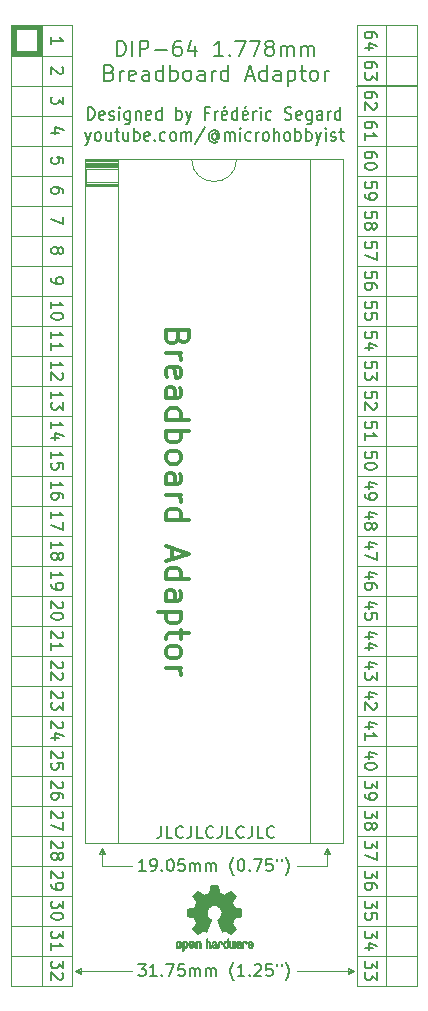
<source format=gto>
G04 #@! TF.GenerationSoftware,KiCad,Pcbnew,(6.0.7)*
G04 #@! TF.CreationDate,2022-11-29T19:50:19-05:00*
G04 #@! TF.ProjectId,DIP 68 1.778mm adaptor,44495020-3638-4203-912e-3737386d6d20,rev?*
G04 #@! TF.SameCoordinates,Original*
G04 #@! TF.FileFunction,Legend,Top*
G04 #@! TF.FilePolarity,Positive*
%FSLAX46Y46*%
G04 Gerber Fmt 4.6, Leading zero omitted, Abs format (unit mm)*
G04 Created by KiCad (PCBNEW (6.0.7)) date 2022-11-29 19:50:19*
%MOMM*%
%LPD*%
G01*
G04 APERTURE LIST*
%ADD10C,0.120000*%
%ADD11C,0.400000*%
%ADD12C,0.150000*%
%ADD13C,0.300000*%
%ADD14C,0.180000*%
%ADD15C,0.010000*%
%ADD16R,2.540000X1.016000*%
%ADD17O,2.540000X1.016000*%
%ADD18R,1.700000X1.700000*%
%ADD19O,1.700000X1.700000*%
G04 APERTURE END LIST*
D10*
X144780000Y-118110000D02*
X139700000Y-118110000D01*
X110490000Y-54610000D02*
X115570000Y-54610000D01*
X110490000Y-97790000D02*
X115570000Y-97790000D01*
X115824000Y-124460000D02*
X116332000Y-124333000D01*
X110490000Y-100330000D02*
X115570000Y-100330000D01*
X110490000Y-115570000D02*
X115570000Y-115570000D01*
X144830800Y-46990000D02*
X139700000Y-46990000D01*
X113090000Y-46990000D02*
X113090000Y-44390000D01*
X144780000Y-72390000D02*
X139700000Y-72390000D01*
X110490000Y-107950000D02*
X115570000Y-107950000D01*
X116713000Y-56159400D02*
X119507000Y-56159400D01*
X136906000Y-114554000D02*
X137160000Y-114046000D01*
X117856000Y-114554000D02*
X118110000Y-114046000D01*
D11*
X110642400Y-46812200D02*
X112877600Y-46812200D01*
D10*
X110490000Y-57150000D02*
X115570000Y-57150000D01*
X110490000Y-87630000D02*
X115570000Y-87630000D01*
X116713000Y-57937400D02*
X119507000Y-57937400D01*
X144780000Y-120650000D02*
X139700000Y-120650000D01*
X144780000Y-67310000D02*
X139700000Y-67310000D01*
X144780000Y-107950000D02*
X139700000Y-107950000D01*
X116713000Y-56464200D02*
X119507000Y-56464200D01*
X144780000Y-77470000D02*
X139700000Y-77470000D01*
X144780000Y-100330000D02*
X139700000Y-100330000D01*
X144780000Y-74930000D02*
X139700000Y-74930000D01*
X110490000Y-49530000D02*
X115570000Y-49530000D01*
X138938000Y-124714000D02*
X139446000Y-124460000D01*
X134620000Y-115570000D02*
X137160000Y-115570000D01*
X116332000Y-124714000D02*
X116332000Y-124206000D01*
X134620000Y-124460000D02*
X139446000Y-124460000D01*
X118110000Y-114046000D02*
X118364000Y-114554000D01*
X116332000Y-124206000D02*
X115824000Y-124460000D01*
X144780000Y-85090000D02*
X139700000Y-85090000D01*
X144780000Y-92710000D02*
X139700000Y-92710000D01*
X110490000Y-123190000D02*
X115570000Y-123190000D01*
X118110000Y-115570000D02*
X118110000Y-114046000D01*
D11*
X112877600Y-46812200D02*
X112877600Y-44577000D01*
D10*
X116332000Y-124587000D02*
X115824000Y-124460000D01*
X139446000Y-124460000D02*
X138938000Y-124206000D01*
X110490000Y-105410000D02*
X115570000Y-105410000D01*
X139700000Y-44390000D02*
X139700000Y-125790000D01*
X144780000Y-115570000D02*
X139700000Y-115570000D01*
X110490000Y-59690000D02*
X115570000Y-59690000D01*
X144780000Y-87630000D02*
X139700000Y-87630000D01*
X110490000Y-64770000D02*
X115570000Y-64770000D01*
X144780000Y-80010000D02*
X139700000Y-80010000D01*
X144780000Y-95250000D02*
X139700000Y-95250000D01*
X118110000Y-114046000D02*
X118237000Y-114554000D01*
X116713000Y-57734200D02*
X119507000Y-57734200D01*
X118110000Y-114046000D02*
X117983000Y-114554000D01*
X110490000Y-95250000D02*
X115570000Y-95250000D01*
X115570000Y-44390000D02*
X115570000Y-125790000D01*
X142180000Y-45720000D02*
X142180000Y-46990000D01*
X137160000Y-114046000D02*
X137033000Y-114554000D01*
X110490000Y-62230000D02*
X115570000Y-62230000D01*
X110490000Y-67310000D02*
X115570000Y-67310000D01*
X144780000Y-62230000D02*
X139700000Y-62230000D01*
X138938000Y-124206000D02*
X139446000Y-124460000D01*
X113090000Y-44390000D02*
X115570000Y-44390000D01*
X144780000Y-113030000D02*
X139700000Y-113030000D01*
X144780000Y-105410000D02*
X139700000Y-105410000D01*
X144780000Y-54610000D02*
X139700000Y-54610000D01*
X110490000Y-120650000D02*
X115570000Y-120650000D01*
X144780000Y-52070000D02*
X139700000Y-52070000D01*
X116713000Y-56261000D02*
X119507000Y-56261000D01*
X110490000Y-82550000D02*
X115570000Y-82550000D01*
X139700000Y-44390000D02*
X144840000Y-44390000D01*
X137160000Y-115570000D02*
X137160000Y-114046000D01*
X116713000Y-56565800D02*
X119507000Y-56565800D01*
X110490000Y-77470000D02*
X115570000Y-77470000D01*
X110430000Y-46990000D02*
X110430000Y-45694600D01*
X119456200Y-57734200D02*
X119456200Y-56540400D01*
D12*
X112699800Y-46659800D02*
X112699800Y-44780200D01*
D10*
X137160000Y-114046000D02*
X137287000Y-114554000D01*
X118364000Y-114554000D02*
X117856000Y-114554000D01*
X110490000Y-52070000D02*
X115570000Y-52070000D01*
X110490000Y-110490000D02*
X115570000Y-110490000D01*
X144780000Y-110490000D02*
X139700000Y-110490000D01*
X116713000Y-55854600D02*
X119507000Y-55854600D01*
X110490000Y-80010000D02*
X115570000Y-80010000D01*
X139446000Y-124460000D02*
X138938000Y-124333000D01*
X116713000Y-57835800D02*
X119507000Y-57835800D01*
X137160000Y-114046000D02*
X137414000Y-114554000D01*
X144780000Y-82550000D02*
X139700000Y-82550000D01*
X142180000Y-125790000D02*
X139700000Y-125790000D01*
X110490000Y-69850000D02*
X115570000Y-69850000D01*
X110490000Y-85090000D02*
X115570000Y-85090000D01*
X116713000Y-56057800D02*
X119507000Y-56057800D01*
X144840000Y-46990000D02*
X144840000Y-44390000D01*
X115570000Y-46990000D02*
X113090000Y-46990000D01*
D12*
X144780000Y-49530000D02*
X139700000Y-49530000D01*
D10*
X144780000Y-97790000D02*
X139700000Y-97790000D01*
X116713000Y-55956200D02*
X119507000Y-55956200D01*
D11*
X112877600Y-44577000D02*
X110642400Y-44577000D01*
D10*
X116713000Y-56362600D02*
X119507000Y-56362600D01*
X110490000Y-92710000D02*
X115570000Y-92710000D01*
X138938000Y-124587000D02*
X139446000Y-124460000D01*
X116763800Y-57772300D02*
X116763800Y-56578500D01*
X144780000Y-64770000D02*
X139700000Y-64770000D01*
X116713000Y-58039000D02*
X119507000Y-58039000D01*
X113090000Y-125790000D02*
X115570000Y-125790000D01*
X111760000Y-44390000D02*
X113090000Y-44390000D01*
X110490000Y-72390000D02*
X115570000Y-72390000D01*
D12*
X110820200Y-44780200D02*
X110820200Y-46659800D01*
D10*
X144780000Y-90170000D02*
X139700000Y-90170000D01*
D12*
X110820200Y-46659800D02*
X112699800Y-46659800D01*
D11*
X110642400Y-44577000D02*
X110642400Y-46812200D01*
D10*
X110490000Y-74930000D02*
X115570000Y-74930000D01*
X144780000Y-69850000D02*
X139700000Y-69850000D01*
X110490000Y-102870000D02*
X115570000Y-102870000D01*
X120650000Y-124460000D02*
X115824000Y-124460000D01*
X144780000Y-59690000D02*
X139700000Y-59690000D01*
X120650000Y-115570000D02*
X118110000Y-115570000D01*
D12*
X112699800Y-44780200D02*
X110820200Y-44780200D01*
D10*
X144780000Y-57150000D02*
X139700000Y-57150000D01*
X110490000Y-118110000D02*
X115570000Y-118110000D01*
X115824000Y-124460000D02*
X116332000Y-124714000D01*
X138938000Y-124714000D02*
X138938000Y-124206000D01*
X110490000Y-113030000D02*
X115570000Y-113030000D01*
X137414000Y-114554000D02*
X136906000Y-114554000D01*
X144780000Y-123190000D02*
X139700000Y-123190000D01*
X110490000Y-90170000D02*
X115570000Y-90170000D01*
X144780000Y-102870000D02*
X139700000Y-102870000D01*
D12*
X114752380Y-110998095D02*
X114800000Y-111045714D01*
X114847619Y-111140952D01*
X114847619Y-111379047D01*
X114800000Y-111474285D01*
X114752380Y-111521904D01*
X114657142Y-111569523D01*
X114561904Y-111569523D01*
X114419047Y-111521904D01*
X113847619Y-110950476D01*
X113847619Y-111569523D01*
X114847619Y-111902857D02*
X114847619Y-112569523D01*
X113847619Y-112140952D01*
X114847619Y-123650476D02*
X114847619Y-124269523D01*
X114466666Y-123936190D01*
X114466666Y-124079047D01*
X114419047Y-124174285D01*
X114371428Y-124221904D01*
X114276190Y-124269523D01*
X114038095Y-124269523D01*
X113942857Y-124221904D01*
X113895238Y-124174285D01*
X113847619Y-124079047D01*
X113847619Y-123793333D01*
X113895238Y-123698095D01*
X113942857Y-123650476D01*
X114752380Y-124650476D02*
X114800000Y-124698095D01*
X114847619Y-124793333D01*
X114847619Y-125031428D01*
X114800000Y-125126666D01*
X114752380Y-125174285D01*
X114657142Y-125221904D01*
X114561904Y-125221904D01*
X114419047Y-125174285D01*
X113847619Y-124602857D01*
X113847619Y-125221904D01*
X141390619Y-75961904D02*
X141390619Y-75485714D01*
X140914428Y-75438095D01*
X140962047Y-75485714D01*
X141009666Y-75580952D01*
X141009666Y-75819047D01*
X140962047Y-75914285D01*
X140914428Y-75961904D01*
X140819190Y-76009523D01*
X140581095Y-76009523D01*
X140485857Y-75961904D01*
X140438238Y-75914285D01*
X140390619Y-75819047D01*
X140390619Y-75580952D01*
X140438238Y-75485714D01*
X140485857Y-75438095D01*
X141295380Y-76390476D02*
X141343000Y-76438095D01*
X141390619Y-76533333D01*
X141390619Y-76771428D01*
X141343000Y-76866666D01*
X141295380Y-76914285D01*
X141200142Y-76961904D01*
X141104904Y-76961904D01*
X140962047Y-76914285D01*
X140390619Y-76342857D01*
X140390619Y-76961904D01*
X114847619Y-118570476D02*
X114847619Y-119189523D01*
X114466666Y-118856190D01*
X114466666Y-118999047D01*
X114419047Y-119094285D01*
X114371428Y-119141904D01*
X114276190Y-119189523D01*
X114038095Y-119189523D01*
X113942857Y-119141904D01*
X113895238Y-119094285D01*
X113847619Y-118999047D01*
X113847619Y-118713333D01*
X113895238Y-118618095D01*
X113942857Y-118570476D01*
X114847619Y-119808571D02*
X114847619Y-119903809D01*
X114800000Y-119999047D01*
X114752380Y-120046666D01*
X114657142Y-120094285D01*
X114466666Y-120141904D01*
X114228571Y-120141904D01*
X114038095Y-120094285D01*
X113942857Y-120046666D01*
X113895238Y-119999047D01*
X113847619Y-119903809D01*
X113847619Y-119808571D01*
X113895238Y-119713333D01*
X113942857Y-119665714D01*
X114038095Y-119618095D01*
X114228571Y-119570476D01*
X114466666Y-119570476D01*
X114657142Y-119618095D01*
X114752380Y-119665714D01*
X114800000Y-119713333D01*
X114847619Y-119808571D01*
X141057285Y-91154285D02*
X140390619Y-91154285D01*
X141438238Y-90916190D02*
X140723952Y-90678095D01*
X140723952Y-91297142D01*
X141390619Y-92106666D02*
X141390619Y-91916190D01*
X141343000Y-91820952D01*
X141295380Y-91773333D01*
X141152523Y-91678095D01*
X140962047Y-91630476D01*
X140581095Y-91630476D01*
X140485857Y-91678095D01*
X140438238Y-91725714D01*
X140390619Y-91820952D01*
X140390619Y-92011428D01*
X140438238Y-92106666D01*
X140485857Y-92154285D01*
X140581095Y-92201904D01*
X140819190Y-92201904D01*
X140914428Y-92154285D01*
X140962047Y-92106666D01*
X141009666Y-92011428D01*
X141009666Y-91820952D01*
X140962047Y-91725714D01*
X140914428Y-91678095D01*
X140819190Y-91630476D01*
X116944523Y-52444119D02*
X116944523Y-51344119D01*
X117182619Y-51344119D01*
X117325476Y-51396500D01*
X117420714Y-51501261D01*
X117468333Y-51606023D01*
X117515952Y-51815547D01*
X117515952Y-51972690D01*
X117468333Y-52182214D01*
X117420714Y-52286976D01*
X117325476Y-52391738D01*
X117182619Y-52444119D01*
X116944523Y-52444119D01*
X118325476Y-52391738D02*
X118230238Y-52444119D01*
X118039761Y-52444119D01*
X117944523Y-52391738D01*
X117896904Y-52286976D01*
X117896904Y-51867928D01*
X117944523Y-51763166D01*
X118039761Y-51710785D01*
X118230238Y-51710785D01*
X118325476Y-51763166D01*
X118373095Y-51867928D01*
X118373095Y-51972690D01*
X117896904Y-52077452D01*
X118754047Y-52391738D02*
X118849285Y-52444119D01*
X119039761Y-52444119D01*
X119135000Y-52391738D01*
X119182619Y-52286976D01*
X119182619Y-52234595D01*
X119135000Y-52129833D01*
X119039761Y-52077452D01*
X118896904Y-52077452D01*
X118801666Y-52025071D01*
X118754047Y-51920309D01*
X118754047Y-51867928D01*
X118801666Y-51763166D01*
X118896904Y-51710785D01*
X119039761Y-51710785D01*
X119135000Y-51763166D01*
X119611190Y-52444119D02*
X119611190Y-51710785D01*
X119611190Y-51344119D02*
X119563571Y-51396500D01*
X119611190Y-51448880D01*
X119658809Y-51396500D01*
X119611190Y-51344119D01*
X119611190Y-51448880D01*
X120515952Y-51710785D02*
X120515952Y-52601261D01*
X120468333Y-52706023D01*
X120420714Y-52758404D01*
X120325476Y-52810785D01*
X120182619Y-52810785D01*
X120087380Y-52758404D01*
X120515952Y-52391738D02*
X120420714Y-52444119D01*
X120230238Y-52444119D01*
X120135000Y-52391738D01*
X120087380Y-52339357D01*
X120039761Y-52234595D01*
X120039761Y-51920309D01*
X120087380Y-51815547D01*
X120135000Y-51763166D01*
X120230238Y-51710785D01*
X120420714Y-51710785D01*
X120515952Y-51763166D01*
X120992142Y-51710785D02*
X120992142Y-52444119D01*
X120992142Y-51815547D02*
X121039761Y-51763166D01*
X121135000Y-51710785D01*
X121277857Y-51710785D01*
X121373095Y-51763166D01*
X121420714Y-51867928D01*
X121420714Y-52444119D01*
X122277857Y-52391738D02*
X122182619Y-52444119D01*
X121992142Y-52444119D01*
X121896904Y-52391738D01*
X121849285Y-52286976D01*
X121849285Y-51867928D01*
X121896904Y-51763166D01*
X121992142Y-51710785D01*
X122182619Y-51710785D01*
X122277857Y-51763166D01*
X122325476Y-51867928D01*
X122325476Y-51972690D01*
X121849285Y-52077452D01*
X123182619Y-52444119D02*
X123182619Y-51344119D01*
X123182619Y-52391738D02*
X123087380Y-52444119D01*
X122896904Y-52444119D01*
X122801666Y-52391738D01*
X122754047Y-52339357D01*
X122706428Y-52234595D01*
X122706428Y-51920309D01*
X122754047Y-51815547D01*
X122801666Y-51763166D01*
X122896904Y-51710785D01*
X123087380Y-51710785D01*
X123182619Y-51763166D01*
X124420714Y-52444119D02*
X124420714Y-51344119D01*
X124420714Y-51763166D02*
X124515952Y-51710785D01*
X124706428Y-51710785D01*
X124801666Y-51763166D01*
X124849285Y-51815547D01*
X124896904Y-51920309D01*
X124896904Y-52234595D01*
X124849285Y-52339357D01*
X124801666Y-52391738D01*
X124706428Y-52444119D01*
X124515952Y-52444119D01*
X124420714Y-52391738D01*
X125230238Y-51710785D02*
X125468333Y-52444119D01*
X125706428Y-51710785D02*
X125468333Y-52444119D01*
X125373095Y-52706023D01*
X125325476Y-52758404D01*
X125230238Y-52810785D01*
X127182619Y-51867928D02*
X126849285Y-51867928D01*
X126849285Y-52444119D02*
X126849285Y-51344119D01*
X127325476Y-51344119D01*
X127706428Y-52444119D02*
X127706428Y-51710785D01*
X127706428Y-51920309D02*
X127754047Y-51815547D01*
X127801666Y-51763166D01*
X127896904Y-51710785D01*
X127992142Y-51710785D01*
X128706428Y-52391738D02*
X128611190Y-52444119D01*
X128420714Y-52444119D01*
X128325476Y-52391738D01*
X128277857Y-52286976D01*
X128277857Y-51867928D01*
X128325476Y-51763166D01*
X128420714Y-51710785D01*
X128611190Y-51710785D01*
X128706428Y-51763166D01*
X128754047Y-51867928D01*
X128754047Y-51972690D01*
X128277857Y-52077452D01*
X128611190Y-51291738D02*
X128468333Y-51448880D01*
X129611190Y-52444119D02*
X129611190Y-51344119D01*
X129611190Y-52391738D02*
X129515952Y-52444119D01*
X129325476Y-52444119D01*
X129230238Y-52391738D01*
X129182619Y-52339357D01*
X129135000Y-52234595D01*
X129135000Y-51920309D01*
X129182619Y-51815547D01*
X129230238Y-51763166D01*
X129325476Y-51710785D01*
X129515952Y-51710785D01*
X129611190Y-51763166D01*
X130468333Y-52391738D02*
X130373095Y-52444119D01*
X130182619Y-52444119D01*
X130087380Y-52391738D01*
X130039761Y-52286976D01*
X130039761Y-51867928D01*
X130087380Y-51763166D01*
X130182619Y-51710785D01*
X130373095Y-51710785D01*
X130468333Y-51763166D01*
X130515952Y-51867928D01*
X130515952Y-51972690D01*
X130039761Y-52077452D01*
X130373095Y-51291738D02*
X130230238Y-51448880D01*
X130944523Y-52444119D02*
X130944523Y-51710785D01*
X130944523Y-51920309D02*
X130992142Y-51815547D01*
X131039761Y-51763166D01*
X131135000Y-51710785D01*
X131230238Y-51710785D01*
X131563571Y-52444119D02*
X131563571Y-51710785D01*
X131563571Y-51344119D02*
X131515952Y-51396500D01*
X131563571Y-51448880D01*
X131611190Y-51396500D01*
X131563571Y-51344119D01*
X131563571Y-51448880D01*
X132468333Y-52391738D02*
X132373095Y-52444119D01*
X132182619Y-52444119D01*
X132087380Y-52391738D01*
X132039761Y-52339357D01*
X131992142Y-52234595D01*
X131992142Y-51920309D01*
X132039761Y-51815547D01*
X132087380Y-51763166D01*
X132182619Y-51710785D01*
X132373095Y-51710785D01*
X132468333Y-51763166D01*
X133611190Y-52391738D02*
X133754047Y-52444119D01*
X133992142Y-52444119D01*
X134087380Y-52391738D01*
X134135000Y-52339357D01*
X134182619Y-52234595D01*
X134182619Y-52129833D01*
X134135000Y-52025071D01*
X134087380Y-51972690D01*
X133992142Y-51920309D01*
X133801666Y-51867928D01*
X133706428Y-51815547D01*
X133658809Y-51763166D01*
X133611190Y-51658404D01*
X133611190Y-51553642D01*
X133658809Y-51448880D01*
X133706428Y-51396500D01*
X133801666Y-51344119D01*
X134039761Y-51344119D01*
X134182619Y-51396500D01*
X134992142Y-52391738D02*
X134896904Y-52444119D01*
X134706428Y-52444119D01*
X134611190Y-52391738D01*
X134563571Y-52286976D01*
X134563571Y-51867928D01*
X134611190Y-51763166D01*
X134706428Y-51710785D01*
X134896904Y-51710785D01*
X134992142Y-51763166D01*
X135039761Y-51867928D01*
X135039761Y-51972690D01*
X134563571Y-52077452D01*
X135896904Y-51710785D02*
X135896904Y-52601261D01*
X135849285Y-52706023D01*
X135801666Y-52758404D01*
X135706428Y-52810785D01*
X135563571Y-52810785D01*
X135468333Y-52758404D01*
X135896904Y-52391738D02*
X135801666Y-52444119D01*
X135611190Y-52444119D01*
X135515952Y-52391738D01*
X135468333Y-52339357D01*
X135420714Y-52234595D01*
X135420714Y-51920309D01*
X135468333Y-51815547D01*
X135515952Y-51763166D01*
X135611190Y-51710785D01*
X135801666Y-51710785D01*
X135896904Y-51763166D01*
X136801666Y-52444119D02*
X136801666Y-51867928D01*
X136754047Y-51763166D01*
X136658809Y-51710785D01*
X136468333Y-51710785D01*
X136373095Y-51763166D01*
X136801666Y-52391738D02*
X136706428Y-52444119D01*
X136468333Y-52444119D01*
X136373095Y-52391738D01*
X136325476Y-52286976D01*
X136325476Y-52182214D01*
X136373095Y-52077452D01*
X136468333Y-52025071D01*
X136706428Y-52025071D01*
X136801666Y-51972690D01*
X137277857Y-52444119D02*
X137277857Y-51710785D01*
X137277857Y-51920309D02*
X137325476Y-51815547D01*
X137373095Y-51763166D01*
X137468333Y-51710785D01*
X137563571Y-51710785D01*
X138325476Y-52444119D02*
X138325476Y-51344119D01*
X138325476Y-52391738D02*
X138230238Y-52444119D01*
X138039761Y-52444119D01*
X137944523Y-52391738D01*
X137896904Y-52339357D01*
X137849285Y-52234595D01*
X137849285Y-51920309D01*
X137896904Y-51815547D01*
X137944523Y-51763166D01*
X138039761Y-51710785D01*
X138230238Y-51710785D01*
X138325476Y-51763166D01*
X116706428Y-53481785D02*
X116944523Y-54215119D01*
X117182619Y-53481785D02*
X116944523Y-54215119D01*
X116849285Y-54477023D01*
X116801666Y-54529404D01*
X116706428Y-54581785D01*
X117706428Y-54215119D02*
X117611190Y-54162738D01*
X117563571Y-54110357D01*
X117515952Y-54005595D01*
X117515952Y-53691309D01*
X117563571Y-53586547D01*
X117611190Y-53534166D01*
X117706428Y-53481785D01*
X117849285Y-53481785D01*
X117944523Y-53534166D01*
X117992142Y-53586547D01*
X118039761Y-53691309D01*
X118039761Y-54005595D01*
X117992142Y-54110357D01*
X117944523Y-54162738D01*
X117849285Y-54215119D01*
X117706428Y-54215119D01*
X118896904Y-53481785D02*
X118896904Y-54215119D01*
X118468333Y-53481785D02*
X118468333Y-54057976D01*
X118515952Y-54162738D01*
X118611190Y-54215119D01*
X118754047Y-54215119D01*
X118849285Y-54162738D01*
X118896904Y-54110357D01*
X119230238Y-53481785D02*
X119611190Y-53481785D01*
X119373095Y-53115119D02*
X119373095Y-54057976D01*
X119420714Y-54162738D01*
X119515952Y-54215119D01*
X119611190Y-54215119D01*
X120373095Y-53481785D02*
X120373095Y-54215119D01*
X119944523Y-53481785D02*
X119944523Y-54057976D01*
X119992142Y-54162738D01*
X120087380Y-54215119D01*
X120230238Y-54215119D01*
X120325476Y-54162738D01*
X120373095Y-54110357D01*
X120849285Y-54215119D02*
X120849285Y-53115119D01*
X120849285Y-53534166D02*
X120944523Y-53481785D01*
X121135000Y-53481785D01*
X121230238Y-53534166D01*
X121277857Y-53586547D01*
X121325476Y-53691309D01*
X121325476Y-54005595D01*
X121277857Y-54110357D01*
X121230238Y-54162738D01*
X121135000Y-54215119D01*
X120944523Y-54215119D01*
X120849285Y-54162738D01*
X122135000Y-54162738D02*
X122039761Y-54215119D01*
X121849285Y-54215119D01*
X121754047Y-54162738D01*
X121706428Y-54057976D01*
X121706428Y-53638928D01*
X121754047Y-53534166D01*
X121849285Y-53481785D01*
X122039761Y-53481785D01*
X122135000Y-53534166D01*
X122182619Y-53638928D01*
X122182619Y-53743690D01*
X121706428Y-53848452D01*
X122611190Y-54110357D02*
X122658809Y-54162738D01*
X122611190Y-54215119D01*
X122563571Y-54162738D01*
X122611190Y-54110357D01*
X122611190Y-54215119D01*
X123515952Y-54162738D02*
X123420714Y-54215119D01*
X123230238Y-54215119D01*
X123135000Y-54162738D01*
X123087380Y-54110357D01*
X123039761Y-54005595D01*
X123039761Y-53691309D01*
X123087380Y-53586547D01*
X123135000Y-53534166D01*
X123230238Y-53481785D01*
X123420714Y-53481785D01*
X123515952Y-53534166D01*
X124087380Y-54215119D02*
X123992142Y-54162738D01*
X123944523Y-54110357D01*
X123896904Y-54005595D01*
X123896904Y-53691309D01*
X123944523Y-53586547D01*
X123992142Y-53534166D01*
X124087380Y-53481785D01*
X124230238Y-53481785D01*
X124325476Y-53534166D01*
X124373095Y-53586547D01*
X124420714Y-53691309D01*
X124420714Y-54005595D01*
X124373095Y-54110357D01*
X124325476Y-54162738D01*
X124230238Y-54215119D01*
X124087380Y-54215119D01*
X124849285Y-54215119D02*
X124849285Y-53481785D01*
X124849285Y-53586547D02*
X124896904Y-53534166D01*
X124992142Y-53481785D01*
X125135000Y-53481785D01*
X125230238Y-53534166D01*
X125277857Y-53638928D01*
X125277857Y-54215119D01*
X125277857Y-53638928D02*
X125325476Y-53534166D01*
X125420714Y-53481785D01*
X125563571Y-53481785D01*
X125658809Y-53534166D01*
X125706428Y-53638928D01*
X125706428Y-54215119D01*
X126896904Y-53062738D02*
X126039761Y-54477023D01*
X127849285Y-53691309D02*
X127801666Y-53638928D01*
X127706428Y-53586547D01*
X127611190Y-53586547D01*
X127515952Y-53638928D01*
X127468333Y-53691309D01*
X127420714Y-53796071D01*
X127420714Y-53900833D01*
X127468333Y-54005595D01*
X127515952Y-54057976D01*
X127611190Y-54110357D01*
X127706428Y-54110357D01*
X127801666Y-54057976D01*
X127849285Y-54005595D01*
X127849285Y-53586547D02*
X127849285Y-54005595D01*
X127896904Y-54057976D01*
X127944523Y-54057976D01*
X128039761Y-54005595D01*
X128087380Y-53900833D01*
X128087380Y-53638928D01*
X127992142Y-53481785D01*
X127849285Y-53377023D01*
X127658809Y-53324642D01*
X127468333Y-53377023D01*
X127325476Y-53481785D01*
X127230238Y-53638928D01*
X127182619Y-53848452D01*
X127230238Y-54057976D01*
X127325476Y-54215119D01*
X127468333Y-54319880D01*
X127658809Y-54372261D01*
X127849285Y-54319880D01*
X127992142Y-54215119D01*
X128515952Y-54215119D02*
X128515952Y-53481785D01*
X128515952Y-53586547D02*
X128563571Y-53534166D01*
X128658809Y-53481785D01*
X128801666Y-53481785D01*
X128896904Y-53534166D01*
X128944523Y-53638928D01*
X128944523Y-54215119D01*
X128944523Y-53638928D02*
X128992142Y-53534166D01*
X129087380Y-53481785D01*
X129230238Y-53481785D01*
X129325476Y-53534166D01*
X129373095Y-53638928D01*
X129373095Y-54215119D01*
X129849285Y-54215119D02*
X129849285Y-53481785D01*
X129849285Y-53115119D02*
X129801666Y-53167500D01*
X129849285Y-53219880D01*
X129896904Y-53167500D01*
X129849285Y-53115119D01*
X129849285Y-53219880D01*
X130754047Y-54162738D02*
X130658809Y-54215119D01*
X130468333Y-54215119D01*
X130373095Y-54162738D01*
X130325476Y-54110357D01*
X130277857Y-54005595D01*
X130277857Y-53691309D01*
X130325476Y-53586547D01*
X130373095Y-53534166D01*
X130468333Y-53481785D01*
X130658809Y-53481785D01*
X130754047Y-53534166D01*
X131182619Y-54215119D02*
X131182619Y-53481785D01*
X131182619Y-53691309D02*
X131230238Y-53586547D01*
X131277857Y-53534166D01*
X131373095Y-53481785D01*
X131468333Y-53481785D01*
X131944523Y-54215119D02*
X131849285Y-54162738D01*
X131801666Y-54110357D01*
X131754047Y-54005595D01*
X131754047Y-53691309D01*
X131801666Y-53586547D01*
X131849285Y-53534166D01*
X131944523Y-53481785D01*
X132087380Y-53481785D01*
X132182619Y-53534166D01*
X132230238Y-53586547D01*
X132277857Y-53691309D01*
X132277857Y-54005595D01*
X132230238Y-54110357D01*
X132182619Y-54162738D01*
X132087380Y-54215119D01*
X131944523Y-54215119D01*
X132706428Y-54215119D02*
X132706428Y-53115119D01*
X133135000Y-54215119D02*
X133135000Y-53638928D01*
X133087380Y-53534166D01*
X132992142Y-53481785D01*
X132849285Y-53481785D01*
X132754047Y-53534166D01*
X132706428Y-53586547D01*
X133754047Y-54215119D02*
X133658809Y-54162738D01*
X133611190Y-54110357D01*
X133563571Y-54005595D01*
X133563571Y-53691309D01*
X133611190Y-53586547D01*
X133658809Y-53534166D01*
X133754047Y-53481785D01*
X133896904Y-53481785D01*
X133992142Y-53534166D01*
X134039761Y-53586547D01*
X134087380Y-53691309D01*
X134087380Y-54005595D01*
X134039761Y-54110357D01*
X133992142Y-54162738D01*
X133896904Y-54215119D01*
X133754047Y-54215119D01*
X134515952Y-54215119D02*
X134515952Y-53115119D01*
X134515952Y-53534166D02*
X134611190Y-53481785D01*
X134801666Y-53481785D01*
X134896904Y-53534166D01*
X134944523Y-53586547D01*
X134992142Y-53691309D01*
X134992142Y-54005595D01*
X134944523Y-54110357D01*
X134896904Y-54162738D01*
X134801666Y-54215119D01*
X134611190Y-54215119D01*
X134515952Y-54162738D01*
X135420714Y-54215119D02*
X135420714Y-53115119D01*
X135420714Y-53534166D02*
X135515952Y-53481785D01*
X135706428Y-53481785D01*
X135801666Y-53534166D01*
X135849285Y-53586547D01*
X135896904Y-53691309D01*
X135896904Y-54005595D01*
X135849285Y-54110357D01*
X135801666Y-54162738D01*
X135706428Y-54215119D01*
X135515952Y-54215119D01*
X135420714Y-54162738D01*
X136230238Y-53481785D02*
X136468333Y-54215119D01*
X136706428Y-53481785D02*
X136468333Y-54215119D01*
X136373095Y-54477023D01*
X136325476Y-54529404D01*
X136230238Y-54581785D01*
X137087380Y-54215119D02*
X137087380Y-53481785D01*
X137087380Y-53115119D02*
X137039761Y-53167500D01*
X137087380Y-53219880D01*
X137135000Y-53167500D01*
X137087380Y-53115119D01*
X137087380Y-53219880D01*
X137515952Y-54162738D02*
X137611190Y-54215119D01*
X137801666Y-54215119D01*
X137896904Y-54162738D01*
X137944523Y-54057976D01*
X137944523Y-54005595D01*
X137896904Y-53900833D01*
X137801666Y-53848452D01*
X137658809Y-53848452D01*
X137563571Y-53796071D01*
X137515952Y-53691309D01*
X137515952Y-53638928D01*
X137563571Y-53534166D01*
X137658809Y-53481785D01*
X137801666Y-53481785D01*
X137896904Y-53534166D01*
X138230238Y-53481785D02*
X138611190Y-53481785D01*
X138373095Y-53115119D02*
X138373095Y-54057976D01*
X138420714Y-54162738D01*
X138515952Y-54215119D01*
X138611190Y-54215119D01*
X141390619Y-123650476D02*
X141390619Y-124269523D01*
X141009666Y-123936190D01*
X141009666Y-124079047D01*
X140962047Y-124174285D01*
X140914428Y-124221904D01*
X140819190Y-124269523D01*
X140581095Y-124269523D01*
X140485857Y-124221904D01*
X140438238Y-124174285D01*
X140390619Y-124079047D01*
X140390619Y-123793333D01*
X140438238Y-123698095D01*
X140485857Y-123650476D01*
X141390619Y-124602857D02*
X141390619Y-125221904D01*
X141009666Y-124888571D01*
X141009666Y-125031428D01*
X140962047Y-125126666D01*
X140914428Y-125174285D01*
X140819190Y-125221904D01*
X140581095Y-125221904D01*
X140485857Y-125174285D01*
X140438238Y-125126666D01*
X140390619Y-125031428D01*
X140390619Y-124745714D01*
X140438238Y-124650476D01*
X140485857Y-124602857D01*
X114752380Y-113538095D02*
X114800000Y-113585714D01*
X114847619Y-113680952D01*
X114847619Y-113919047D01*
X114800000Y-114014285D01*
X114752380Y-114061904D01*
X114657142Y-114109523D01*
X114561904Y-114109523D01*
X114419047Y-114061904D01*
X113847619Y-113490476D01*
X113847619Y-114109523D01*
X114419047Y-114680952D02*
X114466666Y-114585714D01*
X114514285Y-114538095D01*
X114609523Y-114490476D01*
X114657142Y-114490476D01*
X114752380Y-114538095D01*
X114800000Y-114585714D01*
X114847619Y-114680952D01*
X114847619Y-114871428D01*
X114800000Y-114966666D01*
X114752380Y-115014285D01*
X114657142Y-115061904D01*
X114609523Y-115061904D01*
X114514285Y-115014285D01*
X114466666Y-114966666D01*
X114419047Y-114871428D01*
X114419047Y-114680952D01*
X114371428Y-114585714D01*
X114323809Y-114538095D01*
X114228571Y-114490476D01*
X114038095Y-114490476D01*
X113942857Y-114538095D01*
X113895238Y-114585714D01*
X113847619Y-114680952D01*
X113847619Y-114871428D01*
X113895238Y-114966666D01*
X113942857Y-115014285D01*
X114038095Y-115061904D01*
X114228571Y-115061904D01*
X114323809Y-115014285D01*
X114371428Y-114966666D01*
X114419047Y-114871428D01*
X114847619Y-56118095D02*
X114847619Y-55641904D01*
X114371428Y-55594285D01*
X114419047Y-55641904D01*
X114466666Y-55737142D01*
X114466666Y-55975238D01*
X114419047Y-56070476D01*
X114371428Y-56118095D01*
X114276190Y-56165714D01*
X114038095Y-56165714D01*
X113942857Y-56118095D01*
X113895238Y-56070476D01*
X113847619Y-55975238D01*
X113847619Y-55737142D01*
X113895238Y-55641904D01*
X113942857Y-55594285D01*
X141390619Y-63261904D02*
X141390619Y-62785714D01*
X140914428Y-62738095D01*
X140962047Y-62785714D01*
X141009666Y-62880952D01*
X141009666Y-63119047D01*
X140962047Y-63214285D01*
X140914428Y-63261904D01*
X140819190Y-63309523D01*
X140581095Y-63309523D01*
X140485857Y-63261904D01*
X140438238Y-63214285D01*
X140390619Y-63119047D01*
X140390619Y-62880952D01*
X140438238Y-62785714D01*
X140485857Y-62738095D01*
X141390619Y-63642857D02*
X141390619Y-64309523D01*
X140390619Y-63880952D01*
X141390619Y-53054285D02*
X141390619Y-52863809D01*
X141343000Y-52768571D01*
X141295380Y-52720952D01*
X141152523Y-52625714D01*
X140962047Y-52578095D01*
X140581095Y-52578095D01*
X140485857Y-52625714D01*
X140438238Y-52673333D01*
X140390619Y-52768571D01*
X140390619Y-52959047D01*
X140438238Y-53054285D01*
X140485857Y-53101904D01*
X140581095Y-53149523D01*
X140819190Y-53149523D01*
X140914428Y-53101904D01*
X140962047Y-53054285D01*
X141009666Y-52959047D01*
X141009666Y-52768571D01*
X140962047Y-52673333D01*
X140914428Y-52625714D01*
X140819190Y-52578095D01*
X140390619Y-54101904D02*
X140390619Y-53530476D01*
X140390619Y-53816190D02*
X141390619Y-53816190D01*
X141247761Y-53720952D01*
X141152523Y-53625714D01*
X141104904Y-53530476D01*
X113847619Y-81089523D02*
X113847619Y-80518095D01*
X113847619Y-80803809D02*
X114847619Y-80803809D01*
X114704761Y-80708571D01*
X114609523Y-80613333D01*
X114561904Y-80518095D01*
X114847619Y-81994285D02*
X114847619Y-81518095D01*
X114371428Y-81470476D01*
X114419047Y-81518095D01*
X114466666Y-81613333D01*
X114466666Y-81851428D01*
X114419047Y-81946666D01*
X114371428Y-81994285D01*
X114276190Y-82041904D01*
X114038095Y-82041904D01*
X113942857Y-81994285D01*
X113895238Y-81946666D01*
X113847619Y-81851428D01*
X113847619Y-81613333D01*
X113895238Y-81518095D01*
X113942857Y-81470476D01*
X114514285Y-53530476D02*
X113847619Y-53530476D01*
X114895238Y-53292380D02*
X114180952Y-53054285D01*
X114180952Y-53673333D01*
X141390619Y-45434285D02*
X141390619Y-45243809D01*
X141343000Y-45148571D01*
X141295380Y-45100952D01*
X141152523Y-45005714D01*
X140962047Y-44958095D01*
X140581095Y-44958095D01*
X140485857Y-45005714D01*
X140438238Y-45053333D01*
X140390619Y-45148571D01*
X140390619Y-45339047D01*
X140438238Y-45434285D01*
X140485857Y-45481904D01*
X140581095Y-45529523D01*
X140819190Y-45529523D01*
X140914428Y-45481904D01*
X140962047Y-45434285D01*
X141009666Y-45339047D01*
X141009666Y-45148571D01*
X140962047Y-45053333D01*
X140914428Y-45005714D01*
X140819190Y-44958095D01*
X141057285Y-46386666D02*
X140390619Y-46386666D01*
X141438238Y-46148571D02*
X140723952Y-45910476D01*
X140723952Y-46529523D01*
X113847619Y-46005714D02*
X113847619Y-45434285D01*
X113847619Y-45720000D02*
X114847619Y-45720000D01*
X114704761Y-45624761D01*
X114609523Y-45529523D01*
X114561904Y-45434285D01*
X141390619Y-68341904D02*
X141390619Y-67865714D01*
X140914428Y-67818095D01*
X140962047Y-67865714D01*
X141009666Y-67960952D01*
X141009666Y-68199047D01*
X140962047Y-68294285D01*
X140914428Y-68341904D01*
X140819190Y-68389523D01*
X140581095Y-68389523D01*
X140485857Y-68341904D01*
X140438238Y-68294285D01*
X140390619Y-68199047D01*
X140390619Y-67960952D01*
X140438238Y-67865714D01*
X140485857Y-67818095D01*
X141390619Y-69294285D02*
X141390619Y-68818095D01*
X140914428Y-68770476D01*
X140962047Y-68818095D01*
X141009666Y-68913333D01*
X141009666Y-69151428D01*
X140962047Y-69246666D01*
X140914428Y-69294285D01*
X140819190Y-69341904D01*
X140581095Y-69341904D01*
X140485857Y-69294285D01*
X140438238Y-69246666D01*
X140390619Y-69151428D01*
X140390619Y-68913333D01*
X140438238Y-68818095D01*
X140485857Y-68770476D01*
X113847619Y-91249523D02*
X113847619Y-90678095D01*
X113847619Y-90963809D02*
X114847619Y-90963809D01*
X114704761Y-90868571D01*
X114609523Y-90773333D01*
X114561904Y-90678095D01*
X113847619Y-91725714D02*
X113847619Y-91916190D01*
X113895238Y-92011428D01*
X113942857Y-92059047D01*
X114085714Y-92154285D01*
X114276190Y-92201904D01*
X114657142Y-92201904D01*
X114752380Y-92154285D01*
X114800000Y-92106666D01*
X114847619Y-92011428D01*
X114847619Y-91820952D01*
X114800000Y-91725714D01*
X114752380Y-91678095D01*
X114657142Y-91630476D01*
X114419047Y-91630476D01*
X114323809Y-91678095D01*
X114276190Y-91725714D01*
X114228571Y-91820952D01*
X114228571Y-92011428D01*
X114276190Y-92106666D01*
X114323809Y-92154285D01*
X114419047Y-92201904D01*
X141390619Y-60721904D02*
X141390619Y-60245714D01*
X140914428Y-60198095D01*
X140962047Y-60245714D01*
X141009666Y-60340952D01*
X141009666Y-60579047D01*
X140962047Y-60674285D01*
X140914428Y-60721904D01*
X140819190Y-60769523D01*
X140581095Y-60769523D01*
X140485857Y-60721904D01*
X140438238Y-60674285D01*
X140390619Y-60579047D01*
X140390619Y-60340952D01*
X140438238Y-60245714D01*
X140485857Y-60198095D01*
X140962047Y-61340952D02*
X141009666Y-61245714D01*
X141057285Y-61198095D01*
X141152523Y-61150476D01*
X141200142Y-61150476D01*
X141295380Y-61198095D01*
X141343000Y-61245714D01*
X141390619Y-61340952D01*
X141390619Y-61531428D01*
X141343000Y-61626666D01*
X141295380Y-61674285D01*
X141200142Y-61721904D01*
X141152523Y-61721904D01*
X141057285Y-61674285D01*
X141009666Y-61626666D01*
X140962047Y-61531428D01*
X140962047Y-61340952D01*
X140914428Y-61245714D01*
X140866809Y-61198095D01*
X140771571Y-61150476D01*
X140581095Y-61150476D01*
X140485857Y-61198095D01*
X140438238Y-61245714D01*
X140390619Y-61340952D01*
X140390619Y-61531428D01*
X140438238Y-61626666D01*
X140485857Y-61674285D01*
X140581095Y-61721904D01*
X140771571Y-61721904D01*
X140866809Y-61674285D01*
X140914428Y-61626666D01*
X140962047Y-61531428D01*
X141390619Y-65801904D02*
X141390619Y-65325714D01*
X140914428Y-65278095D01*
X140962047Y-65325714D01*
X141009666Y-65420952D01*
X141009666Y-65659047D01*
X140962047Y-65754285D01*
X140914428Y-65801904D01*
X140819190Y-65849523D01*
X140581095Y-65849523D01*
X140485857Y-65801904D01*
X140438238Y-65754285D01*
X140390619Y-65659047D01*
X140390619Y-65420952D01*
X140438238Y-65325714D01*
X140485857Y-65278095D01*
X141390619Y-66706666D02*
X141390619Y-66516190D01*
X141343000Y-66420952D01*
X141295380Y-66373333D01*
X141152523Y-66278095D01*
X140962047Y-66230476D01*
X140581095Y-66230476D01*
X140485857Y-66278095D01*
X140438238Y-66325714D01*
X140390619Y-66420952D01*
X140390619Y-66611428D01*
X140438238Y-66706666D01*
X140485857Y-66754285D01*
X140581095Y-66801904D01*
X140819190Y-66801904D01*
X140914428Y-66754285D01*
X140962047Y-66706666D01*
X141009666Y-66611428D01*
X141009666Y-66420952D01*
X140962047Y-66325714D01*
X140914428Y-66278095D01*
X140819190Y-66230476D01*
X141390619Y-50514285D02*
X141390619Y-50323809D01*
X141343000Y-50228571D01*
X141295380Y-50180952D01*
X141152523Y-50085714D01*
X140962047Y-50038095D01*
X140581095Y-50038095D01*
X140485857Y-50085714D01*
X140438238Y-50133333D01*
X140390619Y-50228571D01*
X140390619Y-50419047D01*
X140438238Y-50514285D01*
X140485857Y-50561904D01*
X140581095Y-50609523D01*
X140819190Y-50609523D01*
X140914428Y-50561904D01*
X140962047Y-50514285D01*
X141009666Y-50419047D01*
X141009666Y-50228571D01*
X140962047Y-50133333D01*
X140914428Y-50085714D01*
X140819190Y-50038095D01*
X141295380Y-50990476D02*
X141343000Y-51038095D01*
X141390619Y-51133333D01*
X141390619Y-51371428D01*
X141343000Y-51466666D01*
X141295380Y-51514285D01*
X141200142Y-51561904D01*
X141104904Y-51561904D01*
X140962047Y-51514285D01*
X140390619Y-50942857D01*
X140390619Y-51561904D01*
X114752380Y-95758095D02*
X114800000Y-95805714D01*
X114847619Y-95900952D01*
X114847619Y-96139047D01*
X114800000Y-96234285D01*
X114752380Y-96281904D01*
X114657142Y-96329523D01*
X114561904Y-96329523D01*
X114419047Y-96281904D01*
X113847619Y-95710476D01*
X113847619Y-96329523D01*
X113847619Y-97281904D02*
X113847619Y-96710476D01*
X113847619Y-96996190D02*
X114847619Y-96996190D01*
X114704761Y-96900952D01*
X114609523Y-96805714D01*
X114561904Y-96710476D01*
X141390619Y-47974285D02*
X141390619Y-47783809D01*
X141343000Y-47688571D01*
X141295380Y-47640952D01*
X141152523Y-47545714D01*
X140962047Y-47498095D01*
X140581095Y-47498095D01*
X140485857Y-47545714D01*
X140438238Y-47593333D01*
X140390619Y-47688571D01*
X140390619Y-47879047D01*
X140438238Y-47974285D01*
X140485857Y-48021904D01*
X140581095Y-48069523D01*
X140819190Y-48069523D01*
X140914428Y-48021904D01*
X140962047Y-47974285D01*
X141009666Y-47879047D01*
X141009666Y-47688571D01*
X140962047Y-47593333D01*
X140914428Y-47545714D01*
X140819190Y-47498095D01*
X141390619Y-48402857D02*
X141390619Y-49021904D01*
X141009666Y-48688571D01*
X141009666Y-48831428D01*
X140962047Y-48926666D01*
X140914428Y-48974285D01*
X140819190Y-49021904D01*
X140581095Y-49021904D01*
X140485857Y-48974285D01*
X140438238Y-48926666D01*
X140390619Y-48831428D01*
X140390619Y-48545714D01*
X140438238Y-48450476D01*
X140485857Y-48402857D01*
X114752380Y-116078095D02*
X114800000Y-116125714D01*
X114847619Y-116220952D01*
X114847619Y-116459047D01*
X114800000Y-116554285D01*
X114752380Y-116601904D01*
X114657142Y-116649523D01*
X114561904Y-116649523D01*
X114419047Y-116601904D01*
X113847619Y-116030476D01*
X113847619Y-116649523D01*
X113847619Y-117125714D02*
X113847619Y-117316190D01*
X113895238Y-117411428D01*
X113942857Y-117459047D01*
X114085714Y-117554285D01*
X114276190Y-117601904D01*
X114657142Y-117601904D01*
X114752380Y-117554285D01*
X114800000Y-117506666D01*
X114847619Y-117411428D01*
X114847619Y-117220952D01*
X114800000Y-117125714D01*
X114752380Y-117078095D01*
X114657142Y-117030476D01*
X114419047Y-117030476D01*
X114323809Y-117078095D01*
X114276190Y-117125714D01*
X114228571Y-117220952D01*
X114228571Y-117411428D01*
X114276190Y-117506666D01*
X114323809Y-117554285D01*
X114419047Y-117601904D01*
X141057285Y-101314285D02*
X140390619Y-101314285D01*
X141438238Y-101076190D02*
X140723952Y-100838095D01*
X140723952Y-101457142D01*
X141295380Y-101790476D02*
X141343000Y-101838095D01*
X141390619Y-101933333D01*
X141390619Y-102171428D01*
X141343000Y-102266666D01*
X141295380Y-102314285D01*
X141200142Y-102361904D01*
X141104904Y-102361904D01*
X140962047Y-102314285D01*
X140390619Y-101742857D01*
X140390619Y-102361904D01*
X141057285Y-93694285D02*
X140390619Y-93694285D01*
X141438238Y-93456190D02*
X140723952Y-93218095D01*
X140723952Y-93837142D01*
X141390619Y-94694285D02*
X141390619Y-94218095D01*
X140914428Y-94170476D01*
X140962047Y-94218095D01*
X141009666Y-94313333D01*
X141009666Y-94551428D01*
X140962047Y-94646666D01*
X140914428Y-94694285D01*
X140819190Y-94741904D01*
X140581095Y-94741904D01*
X140485857Y-94694285D01*
X140438238Y-94646666D01*
X140390619Y-94551428D01*
X140390619Y-94313333D01*
X140438238Y-94218095D01*
X140485857Y-94170476D01*
X141057285Y-103854285D02*
X140390619Y-103854285D01*
X141438238Y-103616190D02*
X140723952Y-103378095D01*
X140723952Y-103997142D01*
X140390619Y-104901904D02*
X140390619Y-104330476D01*
X140390619Y-104616190D02*
X141390619Y-104616190D01*
X141247761Y-104520952D01*
X141152523Y-104425714D01*
X141104904Y-104330476D01*
X113847619Y-86169523D02*
X113847619Y-85598095D01*
X113847619Y-85883809D02*
X114847619Y-85883809D01*
X114704761Y-85788571D01*
X114609523Y-85693333D01*
X114561904Y-85598095D01*
X114847619Y-86502857D02*
X114847619Y-87169523D01*
X113847619Y-86740952D01*
X113847619Y-83629523D02*
X113847619Y-83058095D01*
X113847619Y-83343809D02*
X114847619Y-83343809D01*
X114704761Y-83248571D01*
X114609523Y-83153333D01*
X114561904Y-83058095D01*
X114847619Y-84486666D02*
X114847619Y-84296190D01*
X114800000Y-84200952D01*
X114752380Y-84153333D01*
X114609523Y-84058095D01*
X114419047Y-84010476D01*
X114038095Y-84010476D01*
X113942857Y-84058095D01*
X113895238Y-84105714D01*
X113847619Y-84200952D01*
X113847619Y-84391428D01*
X113895238Y-84486666D01*
X113942857Y-84534285D01*
X114038095Y-84581904D01*
X114276190Y-84581904D01*
X114371428Y-84534285D01*
X114419047Y-84486666D01*
X114466666Y-84391428D01*
X114466666Y-84200952D01*
X114419047Y-84105714D01*
X114371428Y-84058095D01*
X114276190Y-84010476D01*
X141057285Y-83534285D02*
X140390619Y-83534285D01*
X141438238Y-83296190D02*
X140723952Y-83058095D01*
X140723952Y-83677142D01*
X140390619Y-84105714D02*
X140390619Y-84296190D01*
X140438238Y-84391428D01*
X140485857Y-84439047D01*
X140628714Y-84534285D01*
X140819190Y-84581904D01*
X141200142Y-84581904D01*
X141295380Y-84534285D01*
X141343000Y-84486666D01*
X141390619Y-84391428D01*
X141390619Y-84200952D01*
X141343000Y-84105714D01*
X141295380Y-84058095D01*
X141200142Y-84010476D01*
X140962047Y-84010476D01*
X140866809Y-84058095D01*
X140819190Y-84105714D01*
X140771571Y-84200952D01*
X140771571Y-84391428D01*
X140819190Y-84486666D01*
X140866809Y-84534285D01*
X140962047Y-84581904D01*
X141390619Y-81041904D02*
X141390619Y-80565714D01*
X140914428Y-80518095D01*
X140962047Y-80565714D01*
X141009666Y-80660952D01*
X141009666Y-80899047D01*
X140962047Y-80994285D01*
X140914428Y-81041904D01*
X140819190Y-81089523D01*
X140581095Y-81089523D01*
X140485857Y-81041904D01*
X140438238Y-80994285D01*
X140390619Y-80899047D01*
X140390619Y-80660952D01*
X140438238Y-80565714D01*
X140485857Y-80518095D01*
X141390619Y-81708571D02*
X141390619Y-81803809D01*
X141343000Y-81899047D01*
X141295380Y-81946666D01*
X141200142Y-81994285D01*
X141009666Y-82041904D01*
X140771571Y-82041904D01*
X140581095Y-81994285D01*
X140485857Y-81946666D01*
X140438238Y-81899047D01*
X140390619Y-81803809D01*
X140390619Y-81708571D01*
X140438238Y-81613333D01*
X140485857Y-81565714D01*
X140581095Y-81518095D01*
X140771571Y-81470476D01*
X141009666Y-81470476D01*
X141200142Y-81518095D01*
X141295380Y-81565714D01*
X141343000Y-81613333D01*
X141390619Y-81708571D01*
X123142952Y-112228380D02*
X123142952Y-112942666D01*
X123095333Y-113085523D01*
X123000095Y-113180761D01*
X122857238Y-113228380D01*
X122762000Y-113228380D01*
X124095333Y-113228380D02*
X123619142Y-113228380D01*
X123619142Y-112228380D01*
X125000095Y-113133142D02*
X124952476Y-113180761D01*
X124809619Y-113228380D01*
X124714380Y-113228380D01*
X124571523Y-113180761D01*
X124476285Y-113085523D01*
X124428666Y-112990285D01*
X124381047Y-112799809D01*
X124381047Y-112656952D01*
X124428666Y-112466476D01*
X124476285Y-112371238D01*
X124571523Y-112276000D01*
X124714380Y-112228380D01*
X124809619Y-112228380D01*
X124952476Y-112276000D01*
X125000095Y-112323619D01*
X125714380Y-112228380D02*
X125714380Y-112942666D01*
X125666761Y-113085523D01*
X125571523Y-113180761D01*
X125428666Y-113228380D01*
X125333428Y-113228380D01*
X126666761Y-113228380D02*
X126190571Y-113228380D01*
X126190571Y-112228380D01*
X127571523Y-113133142D02*
X127523904Y-113180761D01*
X127381047Y-113228380D01*
X127285809Y-113228380D01*
X127142952Y-113180761D01*
X127047714Y-113085523D01*
X127000095Y-112990285D01*
X126952476Y-112799809D01*
X126952476Y-112656952D01*
X127000095Y-112466476D01*
X127047714Y-112371238D01*
X127142952Y-112276000D01*
X127285809Y-112228380D01*
X127381047Y-112228380D01*
X127523904Y-112276000D01*
X127571523Y-112323619D01*
X128285809Y-112228380D02*
X128285809Y-112942666D01*
X128238190Y-113085523D01*
X128142952Y-113180761D01*
X128000095Y-113228380D01*
X127904857Y-113228380D01*
X129238190Y-113228380D02*
X128762000Y-113228380D01*
X128762000Y-112228380D01*
X130142952Y-113133142D02*
X130095333Y-113180761D01*
X129952476Y-113228380D01*
X129857238Y-113228380D01*
X129714380Y-113180761D01*
X129619142Y-113085523D01*
X129571523Y-112990285D01*
X129523904Y-112799809D01*
X129523904Y-112656952D01*
X129571523Y-112466476D01*
X129619142Y-112371238D01*
X129714380Y-112276000D01*
X129857238Y-112228380D01*
X129952476Y-112228380D01*
X130095333Y-112276000D01*
X130142952Y-112323619D01*
X130857238Y-112228380D02*
X130857238Y-112942666D01*
X130809619Y-113085523D01*
X130714380Y-113180761D01*
X130571523Y-113228380D01*
X130476285Y-113228380D01*
X131809619Y-113228380D02*
X131333428Y-113228380D01*
X131333428Y-112228380D01*
X132714380Y-113133142D02*
X132666761Y-113180761D01*
X132523904Y-113228380D01*
X132428666Y-113228380D01*
X132285809Y-113180761D01*
X132190571Y-113085523D01*
X132142952Y-112990285D01*
X132095333Y-112799809D01*
X132095333Y-112656952D01*
X132142952Y-112466476D01*
X132190571Y-112371238D01*
X132285809Y-112276000D01*
X132428666Y-112228380D01*
X132523904Y-112228380D01*
X132666761Y-112276000D01*
X132714380Y-112323619D01*
X114752380Y-103378095D02*
X114800000Y-103425714D01*
X114847619Y-103520952D01*
X114847619Y-103759047D01*
X114800000Y-103854285D01*
X114752380Y-103901904D01*
X114657142Y-103949523D01*
X114561904Y-103949523D01*
X114419047Y-103901904D01*
X113847619Y-103330476D01*
X113847619Y-103949523D01*
X114514285Y-104806666D02*
X113847619Y-104806666D01*
X114895238Y-104568571D02*
X114180952Y-104330476D01*
X114180952Y-104949523D01*
X141057285Y-88614285D02*
X140390619Y-88614285D01*
X141438238Y-88376190D02*
X140723952Y-88138095D01*
X140723952Y-88757142D01*
X141390619Y-89042857D02*
X141390619Y-89709523D01*
X140390619Y-89280952D01*
X141390619Y-110950476D02*
X141390619Y-111569523D01*
X141009666Y-111236190D01*
X141009666Y-111379047D01*
X140962047Y-111474285D01*
X140914428Y-111521904D01*
X140819190Y-111569523D01*
X140581095Y-111569523D01*
X140485857Y-111521904D01*
X140438238Y-111474285D01*
X140390619Y-111379047D01*
X140390619Y-111093333D01*
X140438238Y-110998095D01*
X140485857Y-110950476D01*
X140962047Y-112140952D02*
X141009666Y-112045714D01*
X141057285Y-111998095D01*
X141152523Y-111950476D01*
X141200142Y-111950476D01*
X141295380Y-111998095D01*
X141343000Y-112045714D01*
X141390619Y-112140952D01*
X141390619Y-112331428D01*
X141343000Y-112426666D01*
X141295380Y-112474285D01*
X141200142Y-112521904D01*
X141152523Y-112521904D01*
X141057285Y-112474285D01*
X141009666Y-112426666D01*
X140962047Y-112331428D01*
X140962047Y-112140952D01*
X140914428Y-112045714D01*
X140866809Y-111998095D01*
X140771571Y-111950476D01*
X140581095Y-111950476D01*
X140485857Y-111998095D01*
X140438238Y-112045714D01*
X140390619Y-112140952D01*
X140390619Y-112331428D01*
X140438238Y-112426666D01*
X140485857Y-112474285D01*
X140581095Y-112521904D01*
X140771571Y-112521904D01*
X140866809Y-112474285D01*
X140914428Y-112426666D01*
X140962047Y-112331428D01*
X114847619Y-121110476D02*
X114847619Y-121729523D01*
X114466666Y-121396190D01*
X114466666Y-121539047D01*
X114419047Y-121634285D01*
X114371428Y-121681904D01*
X114276190Y-121729523D01*
X114038095Y-121729523D01*
X113942857Y-121681904D01*
X113895238Y-121634285D01*
X113847619Y-121539047D01*
X113847619Y-121253333D01*
X113895238Y-121158095D01*
X113942857Y-121110476D01*
X113847619Y-122681904D02*
X113847619Y-122110476D01*
X113847619Y-122396190D02*
X114847619Y-122396190D01*
X114704761Y-122300952D01*
X114609523Y-122205714D01*
X114561904Y-122110476D01*
X141057285Y-86074285D02*
X140390619Y-86074285D01*
X141438238Y-85836190D02*
X140723952Y-85598095D01*
X140723952Y-86217142D01*
X140962047Y-86740952D02*
X141009666Y-86645714D01*
X141057285Y-86598095D01*
X141152523Y-86550476D01*
X141200142Y-86550476D01*
X141295380Y-86598095D01*
X141343000Y-86645714D01*
X141390619Y-86740952D01*
X141390619Y-86931428D01*
X141343000Y-87026666D01*
X141295380Y-87074285D01*
X141200142Y-87121904D01*
X141152523Y-87121904D01*
X141057285Y-87074285D01*
X141009666Y-87026666D01*
X140962047Y-86931428D01*
X140962047Y-86740952D01*
X140914428Y-86645714D01*
X140866809Y-86598095D01*
X140771571Y-86550476D01*
X140581095Y-86550476D01*
X140485857Y-86598095D01*
X140438238Y-86645714D01*
X140390619Y-86740952D01*
X140390619Y-86931428D01*
X140438238Y-87026666D01*
X140485857Y-87074285D01*
X140581095Y-87121904D01*
X140771571Y-87121904D01*
X140866809Y-87074285D01*
X140914428Y-87026666D01*
X140962047Y-86931428D01*
X141390619Y-116030476D02*
X141390619Y-116649523D01*
X141009666Y-116316190D01*
X141009666Y-116459047D01*
X140962047Y-116554285D01*
X140914428Y-116601904D01*
X140819190Y-116649523D01*
X140581095Y-116649523D01*
X140485857Y-116601904D01*
X140438238Y-116554285D01*
X140390619Y-116459047D01*
X140390619Y-116173333D01*
X140438238Y-116078095D01*
X140485857Y-116030476D01*
X141390619Y-117506666D02*
X141390619Y-117316190D01*
X141343000Y-117220952D01*
X141295380Y-117173333D01*
X141152523Y-117078095D01*
X140962047Y-117030476D01*
X140581095Y-117030476D01*
X140485857Y-117078095D01*
X140438238Y-117125714D01*
X140390619Y-117220952D01*
X140390619Y-117411428D01*
X140438238Y-117506666D01*
X140485857Y-117554285D01*
X140581095Y-117601904D01*
X140819190Y-117601904D01*
X140914428Y-117554285D01*
X140962047Y-117506666D01*
X141009666Y-117411428D01*
X141009666Y-117220952D01*
X140962047Y-117125714D01*
X140914428Y-117078095D01*
X140819190Y-117030476D01*
X141390619Y-73421904D02*
X141390619Y-72945714D01*
X140914428Y-72898095D01*
X140962047Y-72945714D01*
X141009666Y-73040952D01*
X141009666Y-73279047D01*
X140962047Y-73374285D01*
X140914428Y-73421904D01*
X140819190Y-73469523D01*
X140581095Y-73469523D01*
X140485857Y-73421904D01*
X140438238Y-73374285D01*
X140390619Y-73279047D01*
X140390619Y-73040952D01*
X140438238Y-72945714D01*
X140485857Y-72898095D01*
X141390619Y-73802857D02*
X141390619Y-74421904D01*
X141009666Y-74088571D01*
X141009666Y-74231428D01*
X140962047Y-74326666D01*
X140914428Y-74374285D01*
X140819190Y-74421904D01*
X140581095Y-74421904D01*
X140485857Y-74374285D01*
X140438238Y-74326666D01*
X140390619Y-74231428D01*
X140390619Y-73945714D01*
X140438238Y-73850476D01*
X140485857Y-73802857D01*
X141057285Y-98774285D02*
X140390619Y-98774285D01*
X141438238Y-98536190D02*
X140723952Y-98298095D01*
X140723952Y-98917142D01*
X141390619Y-99202857D02*
X141390619Y-99821904D01*
X141009666Y-99488571D01*
X141009666Y-99631428D01*
X140962047Y-99726666D01*
X140914428Y-99774285D01*
X140819190Y-99821904D01*
X140581095Y-99821904D01*
X140485857Y-99774285D01*
X140438238Y-99726666D01*
X140390619Y-99631428D01*
X140390619Y-99345714D01*
X140438238Y-99250476D01*
X140485857Y-99202857D01*
X141390619Y-113490476D02*
X141390619Y-114109523D01*
X141009666Y-113776190D01*
X141009666Y-113919047D01*
X140962047Y-114014285D01*
X140914428Y-114061904D01*
X140819190Y-114109523D01*
X140581095Y-114109523D01*
X140485857Y-114061904D01*
X140438238Y-114014285D01*
X140390619Y-113919047D01*
X140390619Y-113633333D01*
X140438238Y-113538095D01*
X140485857Y-113490476D01*
X141390619Y-114442857D02*
X141390619Y-115109523D01*
X140390619Y-114680952D01*
X141390619Y-55594285D02*
X141390619Y-55403809D01*
X141343000Y-55308571D01*
X141295380Y-55260952D01*
X141152523Y-55165714D01*
X140962047Y-55118095D01*
X140581095Y-55118095D01*
X140485857Y-55165714D01*
X140438238Y-55213333D01*
X140390619Y-55308571D01*
X140390619Y-55499047D01*
X140438238Y-55594285D01*
X140485857Y-55641904D01*
X140581095Y-55689523D01*
X140819190Y-55689523D01*
X140914428Y-55641904D01*
X140962047Y-55594285D01*
X141009666Y-55499047D01*
X141009666Y-55308571D01*
X140962047Y-55213333D01*
X140914428Y-55165714D01*
X140819190Y-55118095D01*
X141390619Y-56308571D02*
X141390619Y-56403809D01*
X141343000Y-56499047D01*
X141295380Y-56546666D01*
X141200142Y-56594285D01*
X141009666Y-56641904D01*
X140771571Y-56641904D01*
X140581095Y-56594285D01*
X140485857Y-56546666D01*
X140438238Y-56499047D01*
X140390619Y-56403809D01*
X140390619Y-56308571D01*
X140438238Y-56213333D01*
X140485857Y-56165714D01*
X140581095Y-56118095D01*
X140771571Y-56070476D01*
X141009666Y-56070476D01*
X141200142Y-56118095D01*
X141295380Y-56165714D01*
X141343000Y-56213333D01*
X141390619Y-56308571D01*
X121206428Y-123912380D02*
X121825476Y-123912380D01*
X121492142Y-124293333D01*
X121635000Y-124293333D01*
X121730238Y-124340952D01*
X121777857Y-124388571D01*
X121825476Y-124483809D01*
X121825476Y-124721904D01*
X121777857Y-124817142D01*
X121730238Y-124864761D01*
X121635000Y-124912380D01*
X121349285Y-124912380D01*
X121254047Y-124864761D01*
X121206428Y-124817142D01*
X122777857Y-124912380D02*
X122206428Y-124912380D01*
X122492142Y-124912380D02*
X122492142Y-123912380D01*
X122396904Y-124055238D01*
X122301666Y-124150476D01*
X122206428Y-124198095D01*
X123206428Y-124817142D02*
X123254047Y-124864761D01*
X123206428Y-124912380D01*
X123158809Y-124864761D01*
X123206428Y-124817142D01*
X123206428Y-124912380D01*
X123587380Y-123912380D02*
X124254047Y-123912380D01*
X123825476Y-124912380D01*
X125111190Y-123912380D02*
X124635000Y-123912380D01*
X124587380Y-124388571D01*
X124635000Y-124340952D01*
X124730238Y-124293333D01*
X124968333Y-124293333D01*
X125063571Y-124340952D01*
X125111190Y-124388571D01*
X125158809Y-124483809D01*
X125158809Y-124721904D01*
X125111190Y-124817142D01*
X125063571Y-124864761D01*
X124968333Y-124912380D01*
X124730238Y-124912380D01*
X124635000Y-124864761D01*
X124587380Y-124817142D01*
X125587380Y-124912380D02*
X125587380Y-124245714D01*
X125587380Y-124340952D02*
X125635000Y-124293333D01*
X125730238Y-124245714D01*
X125873095Y-124245714D01*
X125968333Y-124293333D01*
X126015952Y-124388571D01*
X126015952Y-124912380D01*
X126015952Y-124388571D02*
X126063571Y-124293333D01*
X126158809Y-124245714D01*
X126301666Y-124245714D01*
X126396904Y-124293333D01*
X126444523Y-124388571D01*
X126444523Y-124912380D01*
X126920714Y-124912380D02*
X126920714Y-124245714D01*
X126920714Y-124340952D02*
X126968333Y-124293333D01*
X127063571Y-124245714D01*
X127206428Y-124245714D01*
X127301666Y-124293333D01*
X127349285Y-124388571D01*
X127349285Y-124912380D01*
X127349285Y-124388571D02*
X127396904Y-124293333D01*
X127492142Y-124245714D01*
X127635000Y-124245714D01*
X127730238Y-124293333D01*
X127777857Y-124388571D01*
X127777857Y-124912380D01*
X129301666Y-125293333D02*
X129254047Y-125245714D01*
X129158809Y-125102857D01*
X129111190Y-125007619D01*
X129063571Y-124864761D01*
X129015952Y-124626666D01*
X129015952Y-124436190D01*
X129063571Y-124198095D01*
X129111190Y-124055238D01*
X129158809Y-123960000D01*
X129254047Y-123817142D01*
X129301666Y-123769523D01*
X130206428Y-124912380D02*
X129635000Y-124912380D01*
X129920714Y-124912380D02*
X129920714Y-123912380D01*
X129825476Y-124055238D01*
X129730238Y-124150476D01*
X129635000Y-124198095D01*
X130635000Y-124817142D02*
X130682619Y-124864761D01*
X130635000Y-124912380D01*
X130587380Y-124864761D01*
X130635000Y-124817142D01*
X130635000Y-124912380D01*
X131063571Y-124007619D02*
X131111190Y-123960000D01*
X131206428Y-123912380D01*
X131444523Y-123912380D01*
X131539761Y-123960000D01*
X131587380Y-124007619D01*
X131635000Y-124102857D01*
X131635000Y-124198095D01*
X131587380Y-124340952D01*
X131015952Y-124912380D01*
X131635000Y-124912380D01*
X132539761Y-123912380D02*
X132063571Y-123912380D01*
X132015952Y-124388571D01*
X132063571Y-124340952D01*
X132158809Y-124293333D01*
X132396904Y-124293333D01*
X132492142Y-124340952D01*
X132539761Y-124388571D01*
X132587380Y-124483809D01*
X132587380Y-124721904D01*
X132539761Y-124817142D01*
X132492142Y-124864761D01*
X132396904Y-124912380D01*
X132158809Y-124912380D01*
X132063571Y-124864761D01*
X132015952Y-124817142D01*
X132968333Y-123912380D02*
X132968333Y-124102857D01*
X133349285Y-123912380D02*
X133349285Y-124102857D01*
X133682619Y-125293333D02*
X133730238Y-125245714D01*
X133825476Y-125102857D01*
X133873095Y-125007619D01*
X133920714Y-124864761D01*
X133968333Y-124626666D01*
X133968333Y-124436190D01*
X133920714Y-124198095D01*
X133873095Y-124055238D01*
X133825476Y-123960000D01*
X133730238Y-123817142D01*
X133682619Y-123769523D01*
X141390619Y-118570476D02*
X141390619Y-119189523D01*
X141009666Y-118856190D01*
X141009666Y-118999047D01*
X140962047Y-119094285D01*
X140914428Y-119141904D01*
X140819190Y-119189523D01*
X140581095Y-119189523D01*
X140485857Y-119141904D01*
X140438238Y-119094285D01*
X140390619Y-118999047D01*
X140390619Y-118713333D01*
X140438238Y-118618095D01*
X140485857Y-118570476D01*
X141390619Y-120094285D02*
X141390619Y-119618095D01*
X140914428Y-119570476D01*
X140962047Y-119618095D01*
X141009666Y-119713333D01*
X141009666Y-119951428D01*
X140962047Y-120046666D01*
X140914428Y-120094285D01*
X140819190Y-120141904D01*
X140581095Y-120141904D01*
X140485857Y-120094285D01*
X140438238Y-120046666D01*
X140390619Y-119951428D01*
X140390619Y-119713333D01*
X140438238Y-119618095D01*
X140485857Y-119570476D01*
X141390619Y-58181904D02*
X141390619Y-57705714D01*
X140914428Y-57658095D01*
X140962047Y-57705714D01*
X141009666Y-57800952D01*
X141009666Y-58039047D01*
X140962047Y-58134285D01*
X140914428Y-58181904D01*
X140819190Y-58229523D01*
X140581095Y-58229523D01*
X140485857Y-58181904D01*
X140438238Y-58134285D01*
X140390619Y-58039047D01*
X140390619Y-57800952D01*
X140438238Y-57705714D01*
X140485857Y-57658095D01*
X140390619Y-58705714D02*
X140390619Y-58896190D01*
X140438238Y-58991428D01*
X140485857Y-59039047D01*
X140628714Y-59134285D01*
X140819190Y-59181904D01*
X141200142Y-59181904D01*
X141295380Y-59134285D01*
X141343000Y-59086666D01*
X141390619Y-58991428D01*
X141390619Y-58800952D01*
X141343000Y-58705714D01*
X141295380Y-58658095D01*
X141200142Y-58610476D01*
X140962047Y-58610476D01*
X140866809Y-58658095D01*
X140819190Y-58705714D01*
X140771571Y-58800952D01*
X140771571Y-58991428D01*
X140819190Y-59086666D01*
X140866809Y-59134285D01*
X140962047Y-59181904D01*
X114419047Y-63404761D02*
X114466666Y-63309523D01*
X114514285Y-63261904D01*
X114609523Y-63214285D01*
X114657142Y-63214285D01*
X114752380Y-63261904D01*
X114800000Y-63309523D01*
X114847619Y-63404761D01*
X114847619Y-63595238D01*
X114800000Y-63690476D01*
X114752380Y-63738095D01*
X114657142Y-63785714D01*
X114609523Y-63785714D01*
X114514285Y-63738095D01*
X114466666Y-63690476D01*
X114419047Y-63595238D01*
X114419047Y-63404761D01*
X114371428Y-63309523D01*
X114323809Y-63261904D01*
X114228571Y-63214285D01*
X114038095Y-63214285D01*
X113942857Y-63261904D01*
X113895238Y-63309523D01*
X113847619Y-63404761D01*
X113847619Y-63595238D01*
X113895238Y-63690476D01*
X113942857Y-63738095D01*
X114038095Y-63785714D01*
X114228571Y-63785714D01*
X114323809Y-63738095D01*
X114371428Y-63690476D01*
X114419047Y-63595238D01*
X141390619Y-70881904D02*
X141390619Y-70405714D01*
X140914428Y-70358095D01*
X140962047Y-70405714D01*
X141009666Y-70500952D01*
X141009666Y-70739047D01*
X140962047Y-70834285D01*
X140914428Y-70881904D01*
X140819190Y-70929523D01*
X140581095Y-70929523D01*
X140485857Y-70881904D01*
X140438238Y-70834285D01*
X140390619Y-70739047D01*
X140390619Y-70500952D01*
X140438238Y-70405714D01*
X140485857Y-70358095D01*
X141057285Y-71786666D02*
X140390619Y-71786666D01*
X141438238Y-71548571D02*
X140723952Y-71310476D01*
X140723952Y-71929523D01*
X114752380Y-98298095D02*
X114800000Y-98345714D01*
X114847619Y-98440952D01*
X114847619Y-98679047D01*
X114800000Y-98774285D01*
X114752380Y-98821904D01*
X114657142Y-98869523D01*
X114561904Y-98869523D01*
X114419047Y-98821904D01*
X113847619Y-98250476D01*
X113847619Y-98869523D01*
X114752380Y-99250476D02*
X114800000Y-99298095D01*
X114847619Y-99393333D01*
X114847619Y-99631428D01*
X114800000Y-99726666D01*
X114752380Y-99774285D01*
X114657142Y-99821904D01*
X114561904Y-99821904D01*
X114419047Y-99774285D01*
X113847619Y-99202857D01*
X113847619Y-99821904D01*
X113847619Y-78549523D02*
X113847619Y-77978095D01*
X113847619Y-78263809D02*
X114847619Y-78263809D01*
X114704761Y-78168571D01*
X114609523Y-78073333D01*
X114561904Y-77978095D01*
X114514285Y-79406666D02*
X113847619Y-79406666D01*
X114895238Y-79168571D02*
X114180952Y-78930476D01*
X114180952Y-79549523D01*
X141390619Y-78501904D02*
X141390619Y-78025714D01*
X140914428Y-77978095D01*
X140962047Y-78025714D01*
X141009666Y-78120952D01*
X141009666Y-78359047D01*
X140962047Y-78454285D01*
X140914428Y-78501904D01*
X140819190Y-78549523D01*
X140581095Y-78549523D01*
X140485857Y-78501904D01*
X140438238Y-78454285D01*
X140390619Y-78359047D01*
X140390619Y-78120952D01*
X140438238Y-78025714D01*
X140485857Y-77978095D01*
X140390619Y-79501904D02*
X140390619Y-78930476D01*
X140390619Y-79216190D02*
X141390619Y-79216190D01*
X141247761Y-79120952D01*
X141152523Y-79025714D01*
X141104904Y-78930476D01*
X114847619Y-50466666D02*
X114847619Y-51085714D01*
X114466666Y-50752380D01*
X114466666Y-50895238D01*
X114419047Y-50990476D01*
X114371428Y-51038095D01*
X114276190Y-51085714D01*
X114038095Y-51085714D01*
X113942857Y-51038095D01*
X113895238Y-50990476D01*
X113847619Y-50895238D01*
X113847619Y-50609523D01*
X113895238Y-50514285D01*
X113942857Y-50466666D01*
X114847619Y-58610476D02*
X114847619Y-58420000D01*
X114800000Y-58324761D01*
X114752380Y-58277142D01*
X114609523Y-58181904D01*
X114419047Y-58134285D01*
X114038095Y-58134285D01*
X113942857Y-58181904D01*
X113895238Y-58229523D01*
X113847619Y-58324761D01*
X113847619Y-58515238D01*
X113895238Y-58610476D01*
X113942857Y-58658095D01*
X114038095Y-58705714D01*
X114276190Y-58705714D01*
X114371428Y-58658095D01*
X114419047Y-58610476D01*
X114466666Y-58515238D01*
X114466666Y-58324761D01*
X114419047Y-58229523D01*
X114371428Y-58181904D01*
X114276190Y-58134285D01*
X113847619Y-88709523D02*
X113847619Y-88138095D01*
X113847619Y-88423809D02*
X114847619Y-88423809D01*
X114704761Y-88328571D01*
X114609523Y-88233333D01*
X114561904Y-88138095D01*
X114419047Y-89280952D02*
X114466666Y-89185714D01*
X114514285Y-89138095D01*
X114609523Y-89090476D01*
X114657142Y-89090476D01*
X114752380Y-89138095D01*
X114800000Y-89185714D01*
X114847619Y-89280952D01*
X114847619Y-89471428D01*
X114800000Y-89566666D01*
X114752380Y-89614285D01*
X114657142Y-89661904D01*
X114609523Y-89661904D01*
X114514285Y-89614285D01*
X114466666Y-89566666D01*
X114419047Y-89471428D01*
X114419047Y-89280952D01*
X114371428Y-89185714D01*
X114323809Y-89138095D01*
X114228571Y-89090476D01*
X114038095Y-89090476D01*
X113942857Y-89138095D01*
X113895238Y-89185714D01*
X113847619Y-89280952D01*
X113847619Y-89471428D01*
X113895238Y-89566666D01*
X113942857Y-89614285D01*
X114038095Y-89661904D01*
X114228571Y-89661904D01*
X114323809Y-89614285D01*
X114371428Y-89566666D01*
X114419047Y-89471428D01*
X141390619Y-108410476D02*
X141390619Y-109029523D01*
X141009666Y-108696190D01*
X141009666Y-108839047D01*
X140962047Y-108934285D01*
X140914428Y-108981904D01*
X140819190Y-109029523D01*
X140581095Y-109029523D01*
X140485857Y-108981904D01*
X140438238Y-108934285D01*
X140390619Y-108839047D01*
X140390619Y-108553333D01*
X140438238Y-108458095D01*
X140485857Y-108410476D01*
X140390619Y-109505714D02*
X140390619Y-109696190D01*
X140438238Y-109791428D01*
X140485857Y-109839047D01*
X140628714Y-109934285D01*
X140819190Y-109981904D01*
X141200142Y-109981904D01*
X141295380Y-109934285D01*
X141343000Y-109886666D01*
X141390619Y-109791428D01*
X141390619Y-109600952D01*
X141343000Y-109505714D01*
X141295380Y-109458095D01*
X141200142Y-109410476D01*
X140962047Y-109410476D01*
X140866809Y-109458095D01*
X140819190Y-109505714D01*
X140771571Y-109600952D01*
X140771571Y-109791428D01*
X140819190Y-109886666D01*
X140866809Y-109934285D01*
X140962047Y-109981904D01*
X114752380Y-105918095D02*
X114800000Y-105965714D01*
X114847619Y-106060952D01*
X114847619Y-106299047D01*
X114800000Y-106394285D01*
X114752380Y-106441904D01*
X114657142Y-106489523D01*
X114561904Y-106489523D01*
X114419047Y-106441904D01*
X113847619Y-105870476D01*
X113847619Y-106489523D01*
X114847619Y-107394285D02*
X114847619Y-106918095D01*
X114371428Y-106870476D01*
X114419047Y-106918095D01*
X114466666Y-107013333D01*
X114466666Y-107251428D01*
X114419047Y-107346666D01*
X114371428Y-107394285D01*
X114276190Y-107441904D01*
X114038095Y-107441904D01*
X113942857Y-107394285D01*
X113895238Y-107346666D01*
X113847619Y-107251428D01*
X113847619Y-107013333D01*
X113895238Y-106918095D01*
X113942857Y-106870476D01*
X113847619Y-76009523D02*
X113847619Y-75438095D01*
X113847619Y-75723809D02*
X114847619Y-75723809D01*
X114704761Y-75628571D01*
X114609523Y-75533333D01*
X114561904Y-75438095D01*
X114847619Y-76342857D02*
X114847619Y-76961904D01*
X114466666Y-76628571D01*
X114466666Y-76771428D01*
X114419047Y-76866666D01*
X114371428Y-76914285D01*
X114276190Y-76961904D01*
X114038095Y-76961904D01*
X113942857Y-76914285D01*
X113895238Y-76866666D01*
X113847619Y-76771428D01*
X113847619Y-76485714D01*
X113895238Y-76390476D01*
X113942857Y-76342857D01*
X114752380Y-108458095D02*
X114800000Y-108505714D01*
X114847619Y-108600952D01*
X114847619Y-108839047D01*
X114800000Y-108934285D01*
X114752380Y-108981904D01*
X114657142Y-109029523D01*
X114561904Y-109029523D01*
X114419047Y-108981904D01*
X113847619Y-108410476D01*
X113847619Y-109029523D01*
X114847619Y-109886666D02*
X114847619Y-109696190D01*
X114800000Y-109600952D01*
X114752380Y-109553333D01*
X114609523Y-109458095D01*
X114419047Y-109410476D01*
X114038095Y-109410476D01*
X113942857Y-109458095D01*
X113895238Y-109505714D01*
X113847619Y-109600952D01*
X113847619Y-109791428D01*
X113895238Y-109886666D01*
X113942857Y-109934285D01*
X114038095Y-109981904D01*
X114276190Y-109981904D01*
X114371428Y-109934285D01*
X114419047Y-109886666D01*
X114466666Y-109791428D01*
X114466666Y-109600952D01*
X114419047Y-109505714D01*
X114371428Y-109458095D01*
X114276190Y-109410476D01*
X113847619Y-70929523D02*
X113847619Y-70358095D01*
X113847619Y-70643809D02*
X114847619Y-70643809D01*
X114704761Y-70548571D01*
X114609523Y-70453333D01*
X114561904Y-70358095D01*
X113847619Y-71881904D02*
X113847619Y-71310476D01*
X113847619Y-71596190D02*
X114847619Y-71596190D01*
X114704761Y-71500952D01*
X114609523Y-71405714D01*
X114561904Y-71310476D01*
X114752380Y-100838095D02*
X114800000Y-100885714D01*
X114847619Y-100980952D01*
X114847619Y-101219047D01*
X114800000Y-101314285D01*
X114752380Y-101361904D01*
X114657142Y-101409523D01*
X114561904Y-101409523D01*
X114419047Y-101361904D01*
X113847619Y-100790476D01*
X113847619Y-101409523D01*
X114847619Y-101742857D02*
X114847619Y-102361904D01*
X114466666Y-102028571D01*
X114466666Y-102171428D01*
X114419047Y-102266666D01*
X114371428Y-102314285D01*
X114276190Y-102361904D01*
X114038095Y-102361904D01*
X113942857Y-102314285D01*
X113895238Y-102266666D01*
X113847619Y-102171428D01*
X113847619Y-101885714D01*
X113895238Y-101790476D01*
X113942857Y-101742857D01*
X114847619Y-60626666D02*
X114847619Y-61293333D01*
X113847619Y-60864761D01*
X114752380Y-93218095D02*
X114800000Y-93265714D01*
X114847619Y-93360952D01*
X114847619Y-93599047D01*
X114800000Y-93694285D01*
X114752380Y-93741904D01*
X114657142Y-93789523D01*
X114561904Y-93789523D01*
X114419047Y-93741904D01*
X113847619Y-93170476D01*
X113847619Y-93789523D01*
X114847619Y-94408571D02*
X114847619Y-94503809D01*
X114800000Y-94599047D01*
X114752380Y-94646666D01*
X114657142Y-94694285D01*
X114466666Y-94741904D01*
X114228571Y-94741904D01*
X114038095Y-94694285D01*
X113942857Y-94646666D01*
X113895238Y-94599047D01*
X113847619Y-94503809D01*
X113847619Y-94408571D01*
X113895238Y-94313333D01*
X113942857Y-94265714D01*
X114038095Y-94218095D01*
X114228571Y-94170476D01*
X114466666Y-94170476D01*
X114657142Y-94218095D01*
X114752380Y-94265714D01*
X114800000Y-94313333D01*
X114847619Y-94408571D01*
X113847619Y-73469523D02*
X113847619Y-72898095D01*
X113847619Y-73183809D02*
X114847619Y-73183809D01*
X114704761Y-73088571D01*
X114609523Y-72993333D01*
X114561904Y-72898095D01*
X114752380Y-73850476D02*
X114800000Y-73898095D01*
X114847619Y-73993333D01*
X114847619Y-74231428D01*
X114800000Y-74326666D01*
X114752380Y-74374285D01*
X114657142Y-74421904D01*
X114561904Y-74421904D01*
X114419047Y-74374285D01*
X113847619Y-73802857D01*
X113847619Y-74421904D01*
X114752380Y-47974285D02*
X114800000Y-48021904D01*
X114847619Y-48117142D01*
X114847619Y-48355238D01*
X114800000Y-48450476D01*
X114752380Y-48498095D01*
X114657142Y-48545714D01*
X114561904Y-48545714D01*
X114419047Y-48498095D01*
X113847619Y-47926666D01*
X113847619Y-48545714D01*
X141057285Y-96234285D02*
X140390619Y-96234285D01*
X141438238Y-95996190D02*
X140723952Y-95758095D01*
X140723952Y-96377142D01*
X141057285Y-97186666D02*
X140390619Y-97186666D01*
X141438238Y-96948571D02*
X140723952Y-96710476D01*
X140723952Y-97329523D01*
D13*
X124577457Y-70874076D02*
X124482219Y-71159790D01*
X124386980Y-71255028D01*
X124196504Y-71350266D01*
X123910790Y-71350266D01*
X123720314Y-71255028D01*
X123625076Y-71159790D01*
X123529838Y-70969314D01*
X123529838Y-70207409D01*
X125529838Y-70207409D01*
X125529838Y-70874076D01*
X125434600Y-71064552D01*
X125339361Y-71159790D01*
X125148885Y-71255028D01*
X124958409Y-71255028D01*
X124767933Y-71159790D01*
X124672695Y-71064552D01*
X124577457Y-70874076D01*
X124577457Y-70207409D01*
X123529838Y-72207409D02*
X124863171Y-72207409D01*
X124482219Y-72207409D02*
X124672695Y-72302647D01*
X124767933Y-72397885D01*
X124863171Y-72588361D01*
X124863171Y-72778838D01*
X123625076Y-74207409D02*
X123529838Y-74016933D01*
X123529838Y-73635980D01*
X123625076Y-73445504D01*
X123815552Y-73350266D01*
X124577457Y-73350266D01*
X124767933Y-73445504D01*
X124863171Y-73635980D01*
X124863171Y-74016933D01*
X124767933Y-74207409D01*
X124577457Y-74302647D01*
X124386980Y-74302647D01*
X124196504Y-73350266D01*
X123529838Y-76016933D02*
X124577457Y-76016933D01*
X124767933Y-75921695D01*
X124863171Y-75731219D01*
X124863171Y-75350266D01*
X124767933Y-75159790D01*
X123625076Y-76016933D02*
X123529838Y-75826457D01*
X123529838Y-75350266D01*
X123625076Y-75159790D01*
X123815552Y-75064552D01*
X124006028Y-75064552D01*
X124196504Y-75159790D01*
X124291742Y-75350266D01*
X124291742Y-75826457D01*
X124386980Y-76016933D01*
X123529838Y-77826457D02*
X125529838Y-77826457D01*
X123625076Y-77826457D02*
X123529838Y-77635980D01*
X123529838Y-77255028D01*
X123625076Y-77064552D01*
X123720314Y-76969314D01*
X123910790Y-76874076D01*
X124482219Y-76874076D01*
X124672695Y-76969314D01*
X124767933Y-77064552D01*
X124863171Y-77255028D01*
X124863171Y-77635980D01*
X124767933Y-77826457D01*
X123529838Y-78778838D02*
X125529838Y-78778838D01*
X124767933Y-78778838D02*
X124863171Y-78969314D01*
X124863171Y-79350266D01*
X124767933Y-79540742D01*
X124672695Y-79635980D01*
X124482219Y-79731219D01*
X123910790Y-79731219D01*
X123720314Y-79635980D01*
X123625076Y-79540742D01*
X123529838Y-79350266D01*
X123529838Y-78969314D01*
X123625076Y-78778838D01*
X123529838Y-80874076D02*
X123625076Y-80683600D01*
X123720314Y-80588361D01*
X123910790Y-80493123D01*
X124482219Y-80493123D01*
X124672695Y-80588361D01*
X124767933Y-80683600D01*
X124863171Y-80874076D01*
X124863171Y-81159790D01*
X124767933Y-81350266D01*
X124672695Y-81445504D01*
X124482219Y-81540742D01*
X123910790Y-81540742D01*
X123720314Y-81445504D01*
X123625076Y-81350266D01*
X123529838Y-81159790D01*
X123529838Y-80874076D01*
X123529838Y-83255028D02*
X124577457Y-83255028D01*
X124767933Y-83159790D01*
X124863171Y-82969314D01*
X124863171Y-82588361D01*
X124767933Y-82397885D01*
X123625076Y-83255028D02*
X123529838Y-83064552D01*
X123529838Y-82588361D01*
X123625076Y-82397885D01*
X123815552Y-82302647D01*
X124006028Y-82302647D01*
X124196504Y-82397885D01*
X124291742Y-82588361D01*
X124291742Y-83064552D01*
X124386980Y-83255028D01*
X123529838Y-84207409D02*
X124863171Y-84207409D01*
X124482219Y-84207409D02*
X124672695Y-84302647D01*
X124767933Y-84397885D01*
X124863171Y-84588361D01*
X124863171Y-84778838D01*
X123529838Y-86302647D02*
X125529838Y-86302647D01*
X123625076Y-86302647D02*
X123529838Y-86112171D01*
X123529838Y-85731219D01*
X123625076Y-85540742D01*
X123720314Y-85445504D01*
X123910790Y-85350266D01*
X124482219Y-85350266D01*
X124672695Y-85445504D01*
X124767933Y-85540742D01*
X124863171Y-85731219D01*
X124863171Y-86112171D01*
X124767933Y-86302647D01*
X124101266Y-88683600D02*
X124101266Y-89635980D01*
X123529838Y-88493123D02*
X125529838Y-89159790D01*
X123529838Y-89826457D01*
X123529838Y-91350266D02*
X125529838Y-91350266D01*
X123625076Y-91350266D02*
X123529838Y-91159790D01*
X123529838Y-90778838D01*
X123625076Y-90588361D01*
X123720314Y-90493123D01*
X123910790Y-90397885D01*
X124482219Y-90397885D01*
X124672695Y-90493123D01*
X124767933Y-90588361D01*
X124863171Y-90778838D01*
X124863171Y-91159790D01*
X124767933Y-91350266D01*
X123529838Y-93159790D02*
X124577457Y-93159790D01*
X124767933Y-93064552D01*
X124863171Y-92874076D01*
X124863171Y-92493123D01*
X124767933Y-92302647D01*
X123625076Y-93159790D02*
X123529838Y-92969314D01*
X123529838Y-92493123D01*
X123625076Y-92302647D01*
X123815552Y-92207409D01*
X124006028Y-92207409D01*
X124196504Y-92302647D01*
X124291742Y-92493123D01*
X124291742Y-92969314D01*
X124386980Y-93159790D01*
X124863171Y-94112171D02*
X122863171Y-94112171D01*
X124767933Y-94112171D02*
X124863171Y-94302647D01*
X124863171Y-94683600D01*
X124767933Y-94874076D01*
X124672695Y-94969314D01*
X124482219Y-95064552D01*
X123910790Y-95064552D01*
X123720314Y-94969314D01*
X123625076Y-94874076D01*
X123529838Y-94683600D01*
X123529838Y-94302647D01*
X123625076Y-94112171D01*
X124863171Y-95635980D02*
X124863171Y-96397885D01*
X125529838Y-95921695D02*
X123815552Y-95921695D01*
X123625076Y-96016933D01*
X123529838Y-96207409D01*
X123529838Y-96397885D01*
X123529838Y-97350266D02*
X123625076Y-97159790D01*
X123720314Y-97064552D01*
X123910790Y-96969314D01*
X124482219Y-96969314D01*
X124672695Y-97064552D01*
X124767933Y-97159790D01*
X124863171Y-97350266D01*
X124863171Y-97635980D01*
X124767933Y-97826457D01*
X124672695Y-97921695D01*
X124482219Y-98016933D01*
X123910790Y-98016933D01*
X123720314Y-97921695D01*
X123625076Y-97826457D01*
X123529838Y-97635980D01*
X123529838Y-97350266D01*
X123529838Y-98874076D02*
X124863171Y-98874076D01*
X124482219Y-98874076D02*
X124672695Y-98969314D01*
X124767933Y-99064552D01*
X124863171Y-99255028D01*
X124863171Y-99445504D01*
D12*
X141390619Y-121110476D02*
X141390619Y-121729523D01*
X141009666Y-121396190D01*
X141009666Y-121539047D01*
X140962047Y-121634285D01*
X140914428Y-121681904D01*
X140819190Y-121729523D01*
X140581095Y-121729523D01*
X140485857Y-121681904D01*
X140438238Y-121634285D01*
X140390619Y-121539047D01*
X140390619Y-121253333D01*
X140438238Y-121158095D01*
X140485857Y-121110476D01*
X141057285Y-122586666D02*
X140390619Y-122586666D01*
X141438238Y-122348571D02*
X140723952Y-122110476D01*
X140723952Y-122729523D01*
X113847619Y-65849523D02*
X113847619Y-66040000D01*
X113895238Y-66135238D01*
X113942857Y-66182857D01*
X114085714Y-66278095D01*
X114276190Y-66325714D01*
X114657142Y-66325714D01*
X114752380Y-66278095D01*
X114800000Y-66230476D01*
X114847619Y-66135238D01*
X114847619Y-65944761D01*
X114800000Y-65849523D01*
X114752380Y-65801904D01*
X114657142Y-65754285D01*
X114419047Y-65754285D01*
X114323809Y-65801904D01*
X114276190Y-65849523D01*
X114228571Y-65944761D01*
X114228571Y-66135238D01*
X114276190Y-66230476D01*
X114323809Y-66278095D01*
X114419047Y-66325714D01*
X113847619Y-68389523D02*
X113847619Y-67818095D01*
X113847619Y-68103809D02*
X114847619Y-68103809D01*
X114704761Y-68008571D01*
X114609523Y-67913333D01*
X114561904Y-67818095D01*
X114847619Y-69008571D02*
X114847619Y-69103809D01*
X114800000Y-69199047D01*
X114752380Y-69246666D01*
X114657142Y-69294285D01*
X114466666Y-69341904D01*
X114228571Y-69341904D01*
X114038095Y-69294285D01*
X113942857Y-69246666D01*
X113895238Y-69199047D01*
X113847619Y-69103809D01*
X113847619Y-69008571D01*
X113895238Y-68913333D01*
X113942857Y-68865714D01*
X114038095Y-68818095D01*
X114228571Y-68770476D01*
X114466666Y-68770476D01*
X114657142Y-68818095D01*
X114752380Y-68865714D01*
X114800000Y-68913333D01*
X114847619Y-69008571D01*
X141057285Y-106394285D02*
X140390619Y-106394285D01*
X141438238Y-106156190D02*
X140723952Y-105918095D01*
X140723952Y-106537142D01*
X141390619Y-107108571D02*
X141390619Y-107203809D01*
X141343000Y-107299047D01*
X141295380Y-107346666D01*
X141200142Y-107394285D01*
X141009666Y-107441904D01*
X140771571Y-107441904D01*
X140581095Y-107394285D01*
X140485857Y-107346666D01*
X140438238Y-107299047D01*
X140390619Y-107203809D01*
X140390619Y-107108571D01*
X140438238Y-107013333D01*
X140485857Y-106965714D01*
X140581095Y-106918095D01*
X140771571Y-106870476D01*
X141009666Y-106870476D01*
X141200142Y-106918095D01*
X141295380Y-106965714D01*
X141343000Y-107013333D01*
X141390619Y-107108571D01*
D14*
X119404857Y-47039595D02*
X119404857Y-45739595D01*
X119714380Y-45739595D01*
X119900095Y-45801500D01*
X120023904Y-45925309D01*
X120085809Y-46049119D01*
X120147714Y-46296738D01*
X120147714Y-46482452D01*
X120085809Y-46730071D01*
X120023904Y-46853880D01*
X119900095Y-46977690D01*
X119714380Y-47039595D01*
X119404857Y-47039595D01*
X120704857Y-47039595D02*
X120704857Y-45739595D01*
X121323904Y-47039595D02*
X121323904Y-45739595D01*
X121819142Y-45739595D01*
X121942952Y-45801500D01*
X122004857Y-45863404D01*
X122066761Y-45987214D01*
X122066761Y-46172928D01*
X122004857Y-46296738D01*
X121942952Y-46358642D01*
X121819142Y-46420547D01*
X121323904Y-46420547D01*
X122623904Y-46544357D02*
X123614380Y-46544357D01*
X124790571Y-45739595D02*
X124542952Y-45739595D01*
X124419142Y-45801500D01*
X124357238Y-45863404D01*
X124233428Y-46049119D01*
X124171523Y-46296738D01*
X124171523Y-46791976D01*
X124233428Y-46915785D01*
X124295333Y-46977690D01*
X124419142Y-47039595D01*
X124666761Y-47039595D01*
X124790571Y-46977690D01*
X124852476Y-46915785D01*
X124914380Y-46791976D01*
X124914380Y-46482452D01*
X124852476Y-46358642D01*
X124790571Y-46296738D01*
X124666761Y-46234833D01*
X124419142Y-46234833D01*
X124295333Y-46296738D01*
X124233428Y-46358642D01*
X124171523Y-46482452D01*
X126028666Y-46172928D02*
X126028666Y-47039595D01*
X125719142Y-45677690D02*
X125409619Y-46606261D01*
X126214380Y-46606261D01*
X128381047Y-47039595D02*
X127638190Y-47039595D01*
X128009619Y-47039595D02*
X128009619Y-45739595D01*
X127885809Y-45925309D01*
X127762000Y-46049119D01*
X127638190Y-46111023D01*
X128938190Y-46915785D02*
X129000095Y-46977690D01*
X128938190Y-47039595D01*
X128876285Y-46977690D01*
X128938190Y-46915785D01*
X128938190Y-47039595D01*
X129433428Y-45739595D02*
X130300095Y-45739595D01*
X129742952Y-47039595D01*
X130671523Y-45739595D02*
X131538190Y-45739595D01*
X130981047Y-47039595D01*
X132219142Y-46296738D02*
X132095333Y-46234833D01*
X132033428Y-46172928D01*
X131971523Y-46049119D01*
X131971523Y-45987214D01*
X132033428Y-45863404D01*
X132095333Y-45801500D01*
X132219142Y-45739595D01*
X132466761Y-45739595D01*
X132590571Y-45801500D01*
X132652476Y-45863404D01*
X132714380Y-45987214D01*
X132714380Y-46049119D01*
X132652476Y-46172928D01*
X132590571Y-46234833D01*
X132466761Y-46296738D01*
X132219142Y-46296738D01*
X132095333Y-46358642D01*
X132033428Y-46420547D01*
X131971523Y-46544357D01*
X131971523Y-46791976D01*
X132033428Y-46915785D01*
X132095333Y-46977690D01*
X132219142Y-47039595D01*
X132466761Y-47039595D01*
X132590571Y-46977690D01*
X132652476Y-46915785D01*
X132714380Y-46791976D01*
X132714380Y-46544357D01*
X132652476Y-46420547D01*
X132590571Y-46358642D01*
X132466761Y-46296738D01*
X133271523Y-47039595D02*
X133271523Y-46172928D01*
X133271523Y-46296738D02*
X133333428Y-46234833D01*
X133457238Y-46172928D01*
X133642952Y-46172928D01*
X133766761Y-46234833D01*
X133828666Y-46358642D01*
X133828666Y-47039595D01*
X133828666Y-46358642D02*
X133890571Y-46234833D01*
X134014380Y-46172928D01*
X134200095Y-46172928D01*
X134323904Y-46234833D01*
X134385809Y-46358642D01*
X134385809Y-47039595D01*
X135004857Y-47039595D02*
X135004857Y-46172928D01*
X135004857Y-46296738D02*
X135066761Y-46234833D01*
X135190571Y-46172928D01*
X135376285Y-46172928D01*
X135500095Y-46234833D01*
X135562000Y-46358642D01*
X135562000Y-47039595D01*
X135562000Y-46358642D02*
X135623904Y-46234833D01*
X135747714Y-46172928D01*
X135933428Y-46172928D01*
X136057238Y-46234833D01*
X136119142Y-46358642D01*
X136119142Y-47039595D01*
X118785809Y-48451642D02*
X118971523Y-48513547D01*
X119033428Y-48575452D01*
X119095333Y-48699261D01*
X119095333Y-48884976D01*
X119033428Y-49008785D01*
X118971523Y-49070690D01*
X118847714Y-49132595D01*
X118352476Y-49132595D01*
X118352476Y-47832595D01*
X118785809Y-47832595D01*
X118909619Y-47894500D01*
X118971523Y-47956404D01*
X119033428Y-48080214D01*
X119033428Y-48204023D01*
X118971523Y-48327833D01*
X118909619Y-48389738D01*
X118785809Y-48451642D01*
X118352476Y-48451642D01*
X119652476Y-49132595D02*
X119652476Y-48265928D01*
X119652476Y-48513547D02*
X119714380Y-48389738D01*
X119776285Y-48327833D01*
X119900095Y-48265928D01*
X120023904Y-48265928D01*
X120952476Y-49070690D02*
X120828666Y-49132595D01*
X120581047Y-49132595D01*
X120457238Y-49070690D01*
X120395333Y-48946880D01*
X120395333Y-48451642D01*
X120457238Y-48327833D01*
X120581047Y-48265928D01*
X120828666Y-48265928D01*
X120952476Y-48327833D01*
X121014380Y-48451642D01*
X121014380Y-48575452D01*
X120395333Y-48699261D01*
X122128666Y-49132595D02*
X122128666Y-48451642D01*
X122066761Y-48327833D01*
X121942952Y-48265928D01*
X121695333Y-48265928D01*
X121571523Y-48327833D01*
X122128666Y-49070690D02*
X122004857Y-49132595D01*
X121695333Y-49132595D01*
X121571523Y-49070690D01*
X121509619Y-48946880D01*
X121509619Y-48823071D01*
X121571523Y-48699261D01*
X121695333Y-48637357D01*
X122004857Y-48637357D01*
X122128666Y-48575452D01*
X123304857Y-49132595D02*
X123304857Y-47832595D01*
X123304857Y-49070690D02*
X123181047Y-49132595D01*
X122933428Y-49132595D01*
X122809619Y-49070690D01*
X122747714Y-49008785D01*
X122685809Y-48884976D01*
X122685809Y-48513547D01*
X122747714Y-48389738D01*
X122809619Y-48327833D01*
X122933428Y-48265928D01*
X123181047Y-48265928D01*
X123304857Y-48327833D01*
X123923904Y-49132595D02*
X123923904Y-47832595D01*
X123923904Y-48327833D02*
X124047714Y-48265928D01*
X124295333Y-48265928D01*
X124419142Y-48327833D01*
X124481047Y-48389738D01*
X124542952Y-48513547D01*
X124542952Y-48884976D01*
X124481047Y-49008785D01*
X124419142Y-49070690D01*
X124295333Y-49132595D01*
X124047714Y-49132595D01*
X123923904Y-49070690D01*
X125285809Y-49132595D02*
X125162000Y-49070690D01*
X125100095Y-49008785D01*
X125038190Y-48884976D01*
X125038190Y-48513547D01*
X125100095Y-48389738D01*
X125162000Y-48327833D01*
X125285809Y-48265928D01*
X125471523Y-48265928D01*
X125595333Y-48327833D01*
X125657238Y-48389738D01*
X125719142Y-48513547D01*
X125719142Y-48884976D01*
X125657238Y-49008785D01*
X125595333Y-49070690D01*
X125471523Y-49132595D01*
X125285809Y-49132595D01*
X126833428Y-49132595D02*
X126833428Y-48451642D01*
X126771523Y-48327833D01*
X126647714Y-48265928D01*
X126400095Y-48265928D01*
X126276285Y-48327833D01*
X126833428Y-49070690D02*
X126709619Y-49132595D01*
X126400095Y-49132595D01*
X126276285Y-49070690D01*
X126214380Y-48946880D01*
X126214380Y-48823071D01*
X126276285Y-48699261D01*
X126400095Y-48637357D01*
X126709619Y-48637357D01*
X126833428Y-48575452D01*
X127452476Y-49132595D02*
X127452476Y-48265928D01*
X127452476Y-48513547D02*
X127514380Y-48389738D01*
X127576285Y-48327833D01*
X127700095Y-48265928D01*
X127823904Y-48265928D01*
X128814380Y-49132595D02*
X128814380Y-47832595D01*
X128814380Y-49070690D02*
X128690571Y-49132595D01*
X128442952Y-49132595D01*
X128319142Y-49070690D01*
X128257238Y-49008785D01*
X128195333Y-48884976D01*
X128195333Y-48513547D01*
X128257238Y-48389738D01*
X128319142Y-48327833D01*
X128442952Y-48265928D01*
X128690571Y-48265928D01*
X128814380Y-48327833D01*
X130362000Y-48761166D02*
X130981047Y-48761166D01*
X130238190Y-49132595D02*
X130671523Y-47832595D01*
X131104857Y-49132595D01*
X132095333Y-49132595D02*
X132095333Y-47832595D01*
X132095333Y-49070690D02*
X131971523Y-49132595D01*
X131723904Y-49132595D01*
X131600095Y-49070690D01*
X131538190Y-49008785D01*
X131476285Y-48884976D01*
X131476285Y-48513547D01*
X131538190Y-48389738D01*
X131600095Y-48327833D01*
X131723904Y-48265928D01*
X131971523Y-48265928D01*
X132095333Y-48327833D01*
X133271523Y-49132595D02*
X133271523Y-48451642D01*
X133209619Y-48327833D01*
X133085809Y-48265928D01*
X132838190Y-48265928D01*
X132714380Y-48327833D01*
X133271523Y-49070690D02*
X133147714Y-49132595D01*
X132838190Y-49132595D01*
X132714380Y-49070690D01*
X132652476Y-48946880D01*
X132652476Y-48823071D01*
X132714380Y-48699261D01*
X132838190Y-48637357D01*
X133147714Y-48637357D01*
X133271523Y-48575452D01*
X133890571Y-48265928D02*
X133890571Y-49565928D01*
X133890571Y-48327833D02*
X134014380Y-48265928D01*
X134262000Y-48265928D01*
X134385809Y-48327833D01*
X134447714Y-48389738D01*
X134509619Y-48513547D01*
X134509619Y-48884976D01*
X134447714Y-49008785D01*
X134385809Y-49070690D01*
X134262000Y-49132595D01*
X134014380Y-49132595D01*
X133890571Y-49070690D01*
X134881047Y-48265928D02*
X135376285Y-48265928D01*
X135066761Y-47832595D02*
X135066761Y-48946880D01*
X135128666Y-49070690D01*
X135252476Y-49132595D01*
X135376285Y-49132595D01*
X135995333Y-49132595D02*
X135871523Y-49070690D01*
X135809619Y-49008785D01*
X135747714Y-48884976D01*
X135747714Y-48513547D01*
X135809619Y-48389738D01*
X135871523Y-48327833D01*
X135995333Y-48265928D01*
X136181047Y-48265928D01*
X136304857Y-48327833D01*
X136366761Y-48389738D01*
X136428666Y-48513547D01*
X136428666Y-48884976D01*
X136366761Y-49008785D01*
X136304857Y-49070690D01*
X136181047Y-49132595D01*
X135995333Y-49132595D01*
X136985809Y-49132595D02*
X136985809Y-48265928D01*
X136985809Y-48513547D02*
X137047714Y-48389738D01*
X137109619Y-48327833D01*
X137233428Y-48265928D01*
X137357238Y-48265928D01*
D12*
X121825476Y-116022380D02*
X121254047Y-116022380D01*
X121539761Y-116022380D02*
X121539761Y-115022380D01*
X121444523Y-115165238D01*
X121349285Y-115260476D01*
X121254047Y-115308095D01*
X122301666Y-116022380D02*
X122492142Y-116022380D01*
X122587380Y-115974761D01*
X122635000Y-115927142D01*
X122730238Y-115784285D01*
X122777857Y-115593809D01*
X122777857Y-115212857D01*
X122730238Y-115117619D01*
X122682619Y-115070000D01*
X122587380Y-115022380D01*
X122396904Y-115022380D01*
X122301666Y-115070000D01*
X122254047Y-115117619D01*
X122206428Y-115212857D01*
X122206428Y-115450952D01*
X122254047Y-115546190D01*
X122301666Y-115593809D01*
X122396904Y-115641428D01*
X122587380Y-115641428D01*
X122682619Y-115593809D01*
X122730238Y-115546190D01*
X122777857Y-115450952D01*
X123206428Y-115927142D02*
X123254047Y-115974761D01*
X123206428Y-116022380D01*
X123158809Y-115974761D01*
X123206428Y-115927142D01*
X123206428Y-116022380D01*
X123873095Y-115022380D02*
X123968333Y-115022380D01*
X124063571Y-115070000D01*
X124111190Y-115117619D01*
X124158809Y-115212857D01*
X124206428Y-115403333D01*
X124206428Y-115641428D01*
X124158809Y-115831904D01*
X124111190Y-115927142D01*
X124063571Y-115974761D01*
X123968333Y-116022380D01*
X123873095Y-116022380D01*
X123777857Y-115974761D01*
X123730238Y-115927142D01*
X123682619Y-115831904D01*
X123635000Y-115641428D01*
X123635000Y-115403333D01*
X123682619Y-115212857D01*
X123730238Y-115117619D01*
X123777857Y-115070000D01*
X123873095Y-115022380D01*
X125111190Y-115022380D02*
X124635000Y-115022380D01*
X124587380Y-115498571D01*
X124635000Y-115450952D01*
X124730238Y-115403333D01*
X124968333Y-115403333D01*
X125063571Y-115450952D01*
X125111190Y-115498571D01*
X125158809Y-115593809D01*
X125158809Y-115831904D01*
X125111190Y-115927142D01*
X125063571Y-115974761D01*
X124968333Y-116022380D01*
X124730238Y-116022380D01*
X124635000Y-115974761D01*
X124587380Y-115927142D01*
X125587380Y-116022380D02*
X125587380Y-115355714D01*
X125587380Y-115450952D02*
X125635000Y-115403333D01*
X125730238Y-115355714D01*
X125873095Y-115355714D01*
X125968333Y-115403333D01*
X126015952Y-115498571D01*
X126015952Y-116022380D01*
X126015952Y-115498571D02*
X126063571Y-115403333D01*
X126158809Y-115355714D01*
X126301666Y-115355714D01*
X126396904Y-115403333D01*
X126444523Y-115498571D01*
X126444523Y-116022380D01*
X126920714Y-116022380D02*
X126920714Y-115355714D01*
X126920714Y-115450952D02*
X126968333Y-115403333D01*
X127063571Y-115355714D01*
X127206428Y-115355714D01*
X127301666Y-115403333D01*
X127349285Y-115498571D01*
X127349285Y-116022380D01*
X127349285Y-115498571D02*
X127396904Y-115403333D01*
X127492142Y-115355714D01*
X127635000Y-115355714D01*
X127730238Y-115403333D01*
X127777857Y-115498571D01*
X127777857Y-116022380D01*
X129301666Y-116403333D02*
X129254047Y-116355714D01*
X129158809Y-116212857D01*
X129111190Y-116117619D01*
X129063571Y-115974761D01*
X129015952Y-115736666D01*
X129015952Y-115546190D01*
X129063571Y-115308095D01*
X129111190Y-115165238D01*
X129158809Y-115070000D01*
X129254047Y-114927142D01*
X129301666Y-114879523D01*
X129873095Y-115022380D02*
X129968333Y-115022380D01*
X130063571Y-115070000D01*
X130111190Y-115117619D01*
X130158809Y-115212857D01*
X130206428Y-115403333D01*
X130206428Y-115641428D01*
X130158809Y-115831904D01*
X130111190Y-115927142D01*
X130063571Y-115974761D01*
X129968333Y-116022380D01*
X129873095Y-116022380D01*
X129777857Y-115974761D01*
X129730238Y-115927142D01*
X129682619Y-115831904D01*
X129635000Y-115641428D01*
X129635000Y-115403333D01*
X129682619Y-115212857D01*
X129730238Y-115117619D01*
X129777857Y-115070000D01*
X129873095Y-115022380D01*
X130635000Y-115927142D02*
X130682619Y-115974761D01*
X130635000Y-116022380D01*
X130587380Y-115974761D01*
X130635000Y-115927142D01*
X130635000Y-116022380D01*
X131015952Y-115022380D02*
X131682619Y-115022380D01*
X131254047Y-116022380D01*
X132539761Y-115022380D02*
X132063571Y-115022380D01*
X132015952Y-115498571D01*
X132063571Y-115450952D01*
X132158809Y-115403333D01*
X132396904Y-115403333D01*
X132492142Y-115450952D01*
X132539761Y-115498571D01*
X132587380Y-115593809D01*
X132587380Y-115831904D01*
X132539761Y-115927142D01*
X132492142Y-115974761D01*
X132396904Y-116022380D01*
X132158809Y-116022380D01*
X132063571Y-115974761D01*
X132015952Y-115927142D01*
X132968333Y-115022380D02*
X132968333Y-115212857D01*
X133349285Y-115022380D02*
X133349285Y-115212857D01*
X133682619Y-116403333D02*
X133730238Y-116355714D01*
X133825476Y-116212857D01*
X133873095Y-116117619D01*
X133920714Y-115974761D01*
X133968333Y-115736666D01*
X133968333Y-115546190D01*
X133920714Y-115308095D01*
X133873095Y-115165238D01*
X133825476Y-115070000D01*
X133730238Y-114927142D01*
X133682619Y-114879523D01*
D10*
X135763000Y-113665000D02*
X135763000Y-55753000D01*
X119507000Y-55753000D02*
X119507000Y-113665000D01*
X138557000Y-113665000D02*
X116713000Y-113665000D01*
X116713000Y-113665000D02*
X116713000Y-55753000D01*
X116713000Y-55753000D02*
X138557000Y-55753000D01*
X138557000Y-55753000D02*
X138557000Y-113665000D01*
X125733710Y-55753000D02*
G75*
G03*
X129540000Y-55753000I1903145J0D01*
G01*
X142180000Y-46990000D02*
X142180000Y-125790000D01*
X142180000Y-45720000D02*
X142180000Y-44390000D01*
X144840000Y-46990000D02*
X144840000Y-125790000D01*
X142180000Y-46990000D02*
X144840000Y-46990000D01*
X142180000Y-44390000D02*
X143510000Y-44390000D01*
X142180000Y-125790000D02*
X144840000Y-125790000D01*
X110430000Y-46990000D02*
X110430000Y-125790000D01*
X110430000Y-46990000D02*
X113090000Y-46990000D01*
X110430000Y-45720000D02*
X110430000Y-44390000D01*
X113090000Y-46990000D02*
X113090000Y-125790000D01*
X110430000Y-44390000D02*
X111760000Y-44390000D01*
X110430000Y-125790000D02*
X113090000Y-125790000D01*
G36*
X127674744Y-121965968D02*
G01*
X127731616Y-121987087D01*
X127732267Y-121987493D01*
X127767440Y-122013380D01*
X127793407Y-122043633D01*
X127811670Y-122083058D01*
X127823732Y-122136462D01*
X127831096Y-122208651D01*
X127835264Y-122304432D01*
X127835629Y-122318078D01*
X127840876Y-122523842D01*
X127796716Y-122546678D01*
X127764763Y-122562110D01*
X127745470Y-122569423D01*
X127744578Y-122569514D01*
X127741239Y-122556022D01*
X127738587Y-122519626D01*
X127736956Y-122466452D01*
X127736600Y-122423393D01*
X127736592Y-122353641D01*
X127733403Y-122309837D01*
X127722288Y-122288944D01*
X127698501Y-122287925D01*
X127657296Y-122303741D01*
X127595086Y-122332815D01*
X127549341Y-122356963D01*
X127525813Y-122377913D01*
X127518896Y-122400747D01*
X127518886Y-122401877D01*
X127530299Y-122441212D01*
X127564092Y-122462462D01*
X127615809Y-122465539D01*
X127653061Y-122465006D01*
X127672703Y-122475735D01*
X127684952Y-122501505D01*
X127692002Y-122534337D01*
X127681842Y-122552966D01*
X127678017Y-122555632D01*
X127642001Y-122566340D01*
X127591566Y-122567856D01*
X127539626Y-122560759D01*
X127502822Y-122547788D01*
X127451938Y-122504585D01*
X127423014Y-122444446D01*
X127417286Y-122397462D01*
X127421657Y-122355082D01*
X127437475Y-122320488D01*
X127468797Y-122289763D01*
X127519678Y-122258990D01*
X127594176Y-122224252D01*
X127598714Y-122222288D01*
X127665821Y-122191287D01*
X127707232Y-122165862D01*
X127724981Y-122143014D01*
X127721107Y-122119745D01*
X127697643Y-122093056D01*
X127690627Y-122086914D01*
X127643630Y-122063100D01*
X127594933Y-122064103D01*
X127552522Y-122087451D01*
X127524384Y-122130675D01*
X127521769Y-122139160D01*
X127496308Y-122180308D01*
X127464001Y-122200128D01*
X127417286Y-122219770D01*
X127417286Y-122168950D01*
X127431496Y-122095082D01*
X127473675Y-122027327D01*
X127495624Y-122004661D01*
X127545517Y-121975569D01*
X127608967Y-121962400D01*
X127674744Y-121965968D01*
G37*
D15*
X127674744Y-121965968D02*
X127731616Y-121987087D01*
X127732267Y-121987493D01*
X127767440Y-122013380D01*
X127793407Y-122043633D01*
X127811670Y-122083058D01*
X127823732Y-122136462D01*
X127831096Y-122208651D01*
X127835264Y-122304432D01*
X127835629Y-122318078D01*
X127840876Y-122523842D01*
X127796716Y-122546678D01*
X127764763Y-122562110D01*
X127745470Y-122569423D01*
X127744578Y-122569514D01*
X127741239Y-122556022D01*
X127738587Y-122519626D01*
X127736956Y-122466452D01*
X127736600Y-122423393D01*
X127736592Y-122353641D01*
X127733403Y-122309837D01*
X127722288Y-122288944D01*
X127698501Y-122287925D01*
X127657296Y-122303741D01*
X127595086Y-122332815D01*
X127549341Y-122356963D01*
X127525813Y-122377913D01*
X127518896Y-122400747D01*
X127518886Y-122401877D01*
X127530299Y-122441212D01*
X127564092Y-122462462D01*
X127615809Y-122465539D01*
X127653061Y-122465006D01*
X127672703Y-122475735D01*
X127684952Y-122501505D01*
X127692002Y-122534337D01*
X127681842Y-122552966D01*
X127678017Y-122555632D01*
X127642001Y-122566340D01*
X127591566Y-122567856D01*
X127539626Y-122560759D01*
X127502822Y-122547788D01*
X127451938Y-122504585D01*
X127423014Y-122444446D01*
X127417286Y-122397462D01*
X127421657Y-122355082D01*
X127437475Y-122320488D01*
X127468797Y-122289763D01*
X127519678Y-122258990D01*
X127594176Y-122224252D01*
X127598714Y-122222288D01*
X127665821Y-122191287D01*
X127707232Y-122165862D01*
X127724981Y-122143014D01*
X127721107Y-122119745D01*
X127697643Y-122093056D01*
X127690627Y-122086914D01*
X127643630Y-122063100D01*
X127594933Y-122064103D01*
X127552522Y-122087451D01*
X127524384Y-122130675D01*
X127521769Y-122139160D01*
X127496308Y-122180308D01*
X127464001Y-122200128D01*
X127417286Y-122219770D01*
X127417286Y-122168950D01*
X127431496Y-122095082D01*
X127473675Y-122027327D01*
X127495624Y-122004661D01*
X127545517Y-121975569D01*
X127608967Y-121962400D01*
X127674744Y-121965968D01*
G36*
X129414833Y-121973663D02*
G01*
X129417048Y-122011850D01*
X129418784Y-122069886D01*
X129419899Y-122143180D01*
X129420257Y-122220055D01*
X129420257Y-122480196D01*
X129374326Y-122526127D01*
X129342675Y-122554429D01*
X129314890Y-122565893D01*
X129276915Y-122565168D01*
X129261840Y-122563321D01*
X129214726Y-122557948D01*
X129175756Y-122554869D01*
X129166257Y-122554585D01*
X129134233Y-122556445D01*
X129088432Y-122561114D01*
X129070674Y-122563321D01*
X129027057Y-122566735D01*
X128997745Y-122559320D01*
X128968680Y-122536427D01*
X128958188Y-122526127D01*
X128912257Y-122480196D01*
X128912257Y-121993602D01*
X128949226Y-121976758D01*
X128981059Y-121964282D01*
X128999683Y-121959914D01*
X129004458Y-121973718D01*
X129008921Y-122012286D01*
X129012775Y-122071356D01*
X129015722Y-122146663D01*
X129017143Y-122210286D01*
X129021114Y-122460657D01*
X129055759Y-122465556D01*
X129087268Y-122462131D01*
X129102708Y-122451041D01*
X129107023Y-122430308D01*
X129110708Y-122386145D01*
X129113469Y-122324146D01*
X129115012Y-122249909D01*
X129115235Y-122211706D01*
X129115457Y-121991783D01*
X129161166Y-121975849D01*
X129193518Y-121965015D01*
X129211115Y-121959962D01*
X129211623Y-121959914D01*
X129213388Y-121973648D01*
X129215329Y-122011730D01*
X129217282Y-122069482D01*
X129219084Y-122142227D01*
X129220343Y-122210286D01*
X129224314Y-122460657D01*
X129311400Y-122460657D01*
X129315396Y-122232240D01*
X129319392Y-122003822D01*
X129361847Y-121981868D01*
X129393192Y-121966793D01*
X129411744Y-121959951D01*
X129412279Y-121959914D01*
X129414833Y-121973663D01*
G37*
X129414833Y-121973663D02*
X129417048Y-122011850D01*
X129418784Y-122069886D01*
X129419899Y-122143180D01*
X129420257Y-122220055D01*
X129420257Y-122480196D01*
X129374326Y-122526127D01*
X129342675Y-122554429D01*
X129314890Y-122565893D01*
X129276915Y-122565168D01*
X129261840Y-122563321D01*
X129214726Y-122557948D01*
X129175756Y-122554869D01*
X129166257Y-122554585D01*
X129134233Y-122556445D01*
X129088432Y-122561114D01*
X129070674Y-122563321D01*
X129027057Y-122566735D01*
X128997745Y-122559320D01*
X128968680Y-122536427D01*
X128958188Y-122526127D01*
X128912257Y-122480196D01*
X128912257Y-121993602D01*
X128949226Y-121976758D01*
X128981059Y-121964282D01*
X128999683Y-121959914D01*
X129004458Y-121973718D01*
X129008921Y-122012286D01*
X129012775Y-122071356D01*
X129015722Y-122146663D01*
X129017143Y-122210286D01*
X129021114Y-122460657D01*
X129055759Y-122465556D01*
X129087268Y-122462131D01*
X129102708Y-122451041D01*
X129107023Y-122430308D01*
X129110708Y-122386145D01*
X129113469Y-122324146D01*
X129115012Y-122249909D01*
X129115235Y-122211706D01*
X129115457Y-121991783D01*
X129161166Y-121975849D01*
X129193518Y-121965015D01*
X129211115Y-121959962D01*
X129211623Y-121959914D01*
X129213388Y-121973648D01*
X129215329Y-122011730D01*
X129217282Y-122069482D01*
X129219084Y-122142227D01*
X129220343Y-122210286D01*
X129224314Y-122460657D01*
X129311400Y-122460657D01*
X129315396Y-122232240D01*
X129319392Y-122003822D01*
X129361847Y-121981868D01*
X129393192Y-121966793D01*
X129411744Y-121959951D01*
X129412279Y-121959914D01*
X129414833Y-121973663D01*
G36*
X127010886Y-121866289D02*
G01*
X127015139Y-121925613D01*
X127020025Y-121960572D01*
X127026795Y-121975820D01*
X127036702Y-121976015D01*
X127039914Y-121974195D01*
X127082644Y-121961015D01*
X127138227Y-121961785D01*
X127194737Y-121975333D01*
X127230082Y-121992861D01*
X127266321Y-122020861D01*
X127292813Y-122052549D01*
X127310999Y-122092813D01*
X127322322Y-122146543D01*
X127328222Y-122218626D01*
X127330143Y-122313951D01*
X127330177Y-122332237D01*
X127330200Y-122537646D01*
X127284491Y-122553580D01*
X127252027Y-122564420D01*
X127234215Y-122569468D01*
X127233691Y-122569514D01*
X127231937Y-122555828D01*
X127230444Y-122518076D01*
X127229326Y-122461224D01*
X127228697Y-122390234D01*
X127228600Y-122347073D01*
X127228398Y-122261973D01*
X127227358Y-122200981D01*
X127224831Y-122159177D01*
X127220164Y-122131642D01*
X127212707Y-122113456D01*
X127201811Y-122099698D01*
X127195007Y-122093073D01*
X127148272Y-122066375D01*
X127097272Y-122064375D01*
X127051001Y-122086955D01*
X127042444Y-122095107D01*
X127029893Y-122110436D01*
X127021188Y-122128618D01*
X127015631Y-122154909D01*
X127012526Y-122194562D01*
X127011176Y-122252832D01*
X127010886Y-122333173D01*
X127010886Y-122537646D01*
X126965177Y-122553580D01*
X126932713Y-122564420D01*
X126914901Y-122569468D01*
X126914377Y-122569514D01*
X126913037Y-122555623D01*
X126911828Y-122516439D01*
X126910801Y-122455700D01*
X126910002Y-122377141D01*
X126909481Y-122284498D01*
X126909286Y-122181509D01*
X126909286Y-121784342D01*
X126956457Y-121764444D01*
X127003629Y-121744547D01*
X127010886Y-121866289D01*
G37*
X127010886Y-121866289D02*
X127015139Y-121925613D01*
X127020025Y-121960572D01*
X127026795Y-121975820D01*
X127036702Y-121976015D01*
X127039914Y-121974195D01*
X127082644Y-121961015D01*
X127138227Y-121961785D01*
X127194737Y-121975333D01*
X127230082Y-121992861D01*
X127266321Y-122020861D01*
X127292813Y-122052549D01*
X127310999Y-122092813D01*
X127322322Y-122146543D01*
X127328222Y-122218626D01*
X127330143Y-122313951D01*
X127330177Y-122332237D01*
X127330200Y-122537646D01*
X127284491Y-122553580D01*
X127252027Y-122564420D01*
X127234215Y-122569468D01*
X127233691Y-122569514D01*
X127231937Y-122555828D01*
X127230444Y-122518076D01*
X127229326Y-122461224D01*
X127228697Y-122390234D01*
X127228600Y-122347073D01*
X127228398Y-122261973D01*
X127227358Y-122200981D01*
X127224831Y-122159177D01*
X127220164Y-122131642D01*
X127212707Y-122113456D01*
X127201811Y-122099698D01*
X127195007Y-122093073D01*
X127148272Y-122066375D01*
X127097272Y-122064375D01*
X127051001Y-122086955D01*
X127042444Y-122095107D01*
X127029893Y-122110436D01*
X127021188Y-122128618D01*
X127015631Y-122154909D01*
X127012526Y-122194562D01*
X127011176Y-122252832D01*
X127010886Y-122333173D01*
X127010886Y-122537646D01*
X126965177Y-122553580D01*
X126932713Y-122564420D01*
X126914901Y-122569468D01*
X126914377Y-122569514D01*
X126913037Y-122555623D01*
X126911828Y-122516439D01*
X126910801Y-122455700D01*
X126910002Y-122377141D01*
X126909481Y-122284498D01*
X126909286Y-122181509D01*
X126909286Y-121784342D01*
X126956457Y-121764444D01*
X127003629Y-121744547D01*
X127010886Y-121866289D01*
G36*
X129779876Y-121971335D02*
G01*
X129821667Y-121990344D01*
X129854469Y-122013378D01*
X129878503Y-122039133D01*
X129895097Y-122072358D01*
X129905577Y-122117800D01*
X129911271Y-122180207D01*
X129913507Y-122264327D01*
X129913743Y-122319721D01*
X129913743Y-122535826D01*
X129876774Y-122552670D01*
X129847656Y-122564981D01*
X129833231Y-122569514D01*
X129830472Y-122556025D01*
X129828282Y-122519653D01*
X129826942Y-122466542D01*
X129826657Y-122424372D01*
X129825434Y-122363447D01*
X129822136Y-122315115D01*
X129817321Y-122285518D01*
X129813496Y-122279229D01*
X129787783Y-122285652D01*
X129747418Y-122302125D01*
X129700679Y-122324458D01*
X129655845Y-122348457D01*
X129621193Y-122369930D01*
X129605002Y-122384685D01*
X129604938Y-122384845D01*
X129606330Y-122412152D01*
X129618818Y-122438219D01*
X129640743Y-122459392D01*
X129672743Y-122466474D01*
X129700092Y-122465649D01*
X129738826Y-122465042D01*
X129759158Y-122474116D01*
X129771369Y-122498092D01*
X129772909Y-122502613D01*
X129778203Y-122536806D01*
X129764047Y-122557568D01*
X129727148Y-122567462D01*
X129687289Y-122569292D01*
X129615562Y-122555727D01*
X129578432Y-122536355D01*
X129532576Y-122490845D01*
X129508256Y-122434983D01*
X129506073Y-122375957D01*
X129526629Y-122320953D01*
X129557549Y-122286486D01*
X129588420Y-122267189D01*
X129636942Y-122242759D01*
X129693485Y-122217985D01*
X129702910Y-122214199D01*
X129765019Y-122186791D01*
X129800822Y-122162634D01*
X129812337Y-122138619D01*
X129801580Y-122111635D01*
X129783114Y-122090543D01*
X129739469Y-122064572D01*
X129691446Y-122062624D01*
X129647406Y-122082637D01*
X129615709Y-122122551D01*
X129611549Y-122132848D01*
X129587327Y-122170724D01*
X129551965Y-122198842D01*
X129507343Y-122221917D01*
X129507343Y-122156485D01*
X129509969Y-122116506D01*
X129521230Y-122084997D01*
X129546199Y-122051378D01*
X129570169Y-122025484D01*
X129607441Y-121988817D01*
X129636401Y-121969121D01*
X129667505Y-121961220D01*
X129702713Y-121959914D01*
X129779876Y-121971335D01*
G37*
X129779876Y-121971335D02*
X129821667Y-121990344D01*
X129854469Y-122013378D01*
X129878503Y-122039133D01*
X129895097Y-122072358D01*
X129905577Y-122117800D01*
X129911271Y-122180207D01*
X129913507Y-122264327D01*
X129913743Y-122319721D01*
X129913743Y-122535826D01*
X129876774Y-122552670D01*
X129847656Y-122564981D01*
X129833231Y-122569514D01*
X129830472Y-122556025D01*
X129828282Y-122519653D01*
X129826942Y-122466542D01*
X129826657Y-122424372D01*
X129825434Y-122363447D01*
X129822136Y-122315115D01*
X129817321Y-122285518D01*
X129813496Y-122279229D01*
X129787783Y-122285652D01*
X129747418Y-122302125D01*
X129700679Y-122324458D01*
X129655845Y-122348457D01*
X129621193Y-122369930D01*
X129605002Y-122384685D01*
X129604938Y-122384845D01*
X129606330Y-122412152D01*
X129618818Y-122438219D01*
X129640743Y-122459392D01*
X129672743Y-122466474D01*
X129700092Y-122465649D01*
X129738826Y-122465042D01*
X129759158Y-122474116D01*
X129771369Y-122498092D01*
X129772909Y-122502613D01*
X129778203Y-122536806D01*
X129764047Y-122557568D01*
X129727148Y-122567462D01*
X129687289Y-122569292D01*
X129615562Y-122555727D01*
X129578432Y-122536355D01*
X129532576Y-122490845D01*
X129508256Y-122434983D01*
X129506073Y-122375957D01*
X129526629Y-122320953D01*
X129557549Y-122286486D01*
X129588420Y-122267189D01*
X129636942Y-122242759D01*
X129693485Y-122217985D01*
X129702910Y-122214199D01*
X129765019Y-122186791D01*
X129800822Y-122162634D01*
X129812337Y-122138619D01*
X129801580Y-122111635D01*
X129783114Y-122090543D01*
X129739469Y-122064572D01*
X129691446Y-122062624D01*
X129647406Y-122082637D01*
X129615709Y-122122551D01*
X129611549Y-122132848D01*
X129587327Y-122170724D01*
X129551965Y-122198842D01*
X129507343Y-122221917D01*
X129507343Y-122156485D01*
X129509969Y-122116506D01*
X129521230Y-122084997D01*
X129546199Y-122051378D01*
X129570169Y-122025484D01*
X129607441Y-121988817D01*
X129636401Y-121969121D01*
X129667505Y-121961220D01*
X129702713Y-121959914D01*
X129779876Y-121971335D01*
G36*
X130503196Y-122110384D02*
G01*
X130516884Y-122061695D01*
X130539096Y-122025849D01*
X130571574Y-121997513D01*
X130585733Y-121988355D01*
X130650053Y-121964507D01*
X130720473Y-121963006D01*
X130788595Y-121981966D01*
X130846021Y-122019497D01*
X130873719Y-122053096D01*
X130895662Y-122114064D01*
X130897405Y-122162308D01*
X130893457Y-122226816D01*
X130744686Y-122291934D01*
X130672349Y-122325202D01*
X130625084Y-122351964D01*
X130600507Y-122375144D01*
X130596237Y-122397667D01*
X130609889Y-122422455D01*
X130624943Y-122438886D01*
X130668746Y-122465235D01*
X130716389Y-122467081D01*
X130760145Y-122446546D01*
X130792289Y-122405752D01*
X130798038Y-122391347D01*
X130825576Y-122346356D01*
X130857258Y-122327182D01*
X130900714Y-122310779D01*
X130900714Y-122372966D01*
X130896872Y-122415283D01*
X130881823Y-122450969D01*
X130850280Y-122491943D01*
X130845592Y-122497267D01*
X130810506Y-122533720D01*
X130780347Y-122553283D01*
X130742615Y-122562283D01*
X130711335Y-122565230D01*
X130655385Y-122565965D01*
X130615555Y-122556660D01*
X130590708Y-122542846D01*
X130551656Y-122512467D01*
X130524625Y-122479613D01*
X130507517Y-122438294D01*
X130498238Y-122382521D01*
X130494693Y-122306305D01*
X130494410Y-122267622D01*
X130495372Y-122221247D01*
X130583007Y-122221247D01*
X130584023Y-122246126D01*
X130586556Y-122250200D01*
X130603274Y-122244665D01*
X130639249Y-122230017D01*
X130687331Y-122209190D01*
X130697386Y-122204714D01*
X130758152Y-122173814D01*
X130791632Y-122146657D01*
X130798990Y-122121220D01*
X130781391Y-122095481D01*
X130766856Y-122084109D01*
X130714410Y-122061364D01*
X130665322Y-122065122D01*
X130624227Y-122092884D01*
X130595758Y-122142152D01*
X130586631Y-122181257D01*
X130583007Y-122221247D01*
X130495372Y-122221247D01*
X130496285Y-122177249D01*
X130503196Y-122110384D01*
G37*
X130503196Y-122110384D02*
X130516884Y-122061695D01*
X130539096Y-122025849D01*
X130571574Y-121997513D01*
X130585733Y-121988355D01*
X130650053Y-121964507D01*
X130720473Y-121963006D01*
X130788595Y-121981966D01*
X130846021Y-122019497D01*
X130873719Y-122053096D01*
X130895662Y-122114064D01*
X130897405Y-122162308D01*
X130893457Y-122226816D01*
X130744686Y-122291934D01*
X130672349Y-122325202D01*
X130625084Y-122351964D01*
X130600507Y-122375144D01*
X130596237Y-122397667D01*
X130609889Y-122422455D01*
X130624943Y-122438886D01*
X130668746Y-122465235D01*
X130716389Y-122467081D01*
X130760145Y-122446546D01*
X130792289Y-122405752D01*
X130798038Y-122391347D01*
X130825576Y-122346356D01*
X130857258Y-122327182D01*
X130900714Y-122310779D01*
X130900714Y-122372966D01*
X130896872Y-122415283D01*
X130881823Y-122450969D01*
X130850280Y-122491943D01*
X130845592Y-122497267D01*
X130810506Y-122533720D01*
X130780347Y-122553283D01*
X130742615Y-122562283D01*
X130711335Y-122565230D01*
X130655385Y-122565965D01*
X130615555Y-122556660D01*
X130590708Y-122542846D01*
X130551656Y-122512467D01*
X130524625Y-122479613D01*
X130507517Y-122438294D01*
X130498238Y-122382521D01*
X130494693Y-122306305D01*
X130494410Y-122267622D01*
X130495372Y-122221247D01*
X130583007Y-122221247D01*
X130584023Y-122246126D01*
X130586556Y-122250200D01*
X130603274Y-122244665D01*
X130639249Y-122230017D01*
X130687331Y-122209190D01*
X130697386Y-122204714D01*
X130758152Y-122173814D01*
X130791632Y-122146657D01*
X130798990Y-122121220D01*
X130781391Y-122095481D01*
X130766856Y-122084109D01*
X130714410Y-122061364D01*
X130665322Y-122065122D01*
X130624227Y-122092884D01*
X130595758Y-122142152D01*
X130586631Y-122181257D01*
X130583007Y-122221247D01*
X130495372Y-122221247D01*
X130496285Y-122177249D01*
X130503196Y-122110384D01*
G36*
X124928677Y-122165333D02*
G01*
X124931450Y-122117958D01*
X124935388Y-122084290D01*
X124940849Y-122060498D01*
X124948192Y-122042753D01*
X124957777Y-122027224D01*
X124961887Y-122021381D01*
X125016405Y-121966185D01*
X125085336Y-121934890D01*
X125165072Y-121926165D01*
X125234744Y-121934918D01*
X125290201Y-121962568D01*
X125339148Y-122013480D01*
X125352629Y-122032338D01*
X125367314Y-122057015D01*
X125376842Y-122083816D01*
X125382293Y-122119587D01*
X125384747Y-122171169D01*
X125385286Y-122239267D01*
X125382852Y-122332588D01*
X125374394Y-122402657D01*
X125358174Y-122454931D01*
X125332454Y-122494869D01*
X125295497Y-122527929D01*
X125292782Y-122529886D01*
X125256360Y-122549908D01*
X125212502Y-122559815D01*
X125156724Y-122562257D01*
X125066048Y-122562257D01*
X125066010Y-122650283D01*
X125065166Y-122699308D01*
X125060024Y-122728065D01*
X125046587Y-122745311D01*
X125020858Y-122759808D01*
X125014679Y-122762769D01*
X124985764Y-122776648D01*
X124963376Y-122785414D01*
X124946729Y-122786171D01*
X124935036Y-122776023D01*
X124927510Y-122752073D01*
X124923366Y-122711426D01*
X124921815Y-122651186D01*
X124922071Y-122568455D01*
X124923349Y-122460339D01*
X124923748Y-122428000D01*
X124925185Y-122316524D01*
X124926472Y-122243603D01*
X125065971Y-122243603D01*
X125066755Y-122305499D01*
X125070240Y-122345997D01*
X125078124Y-122372708D01*
X125092105Y-122393244D01*
X125101597Y-122403260D01*
X125140404Y-122432567D01*
X125174763Y-122434952D01*
X125210216Y-122410750D01*
X125211114Y-122409857D01*
X125225539Y-122391153D01*
X125234313Y-122365732D01*
X125238739Y-122326584D01*
X125240118Y-122266697D01*
X125240143Y-122253430D01*
X125236812Y-122170901D01*
X125225969Y-122113691D01*
X125206340Y-122078766D01*
X125176650Y-122063094D01*
X125159491Y-122061514D01*
X125118766Y-122068926D01*
X125090832Y-122093330D01*
X125074017Y-122137980D01*
X125066650Y-122206130D01*
X125065971Y-122243603D01*
X124926472Y-122243603D01*
X124926708Y-122230245D01*
X124928677Y-122165333D01*
G37*
X124928677Y-122165333D02*
X124931450Y-122117958D01*
X124935388Y-122084290D01*
X124940849Y-122060498D01*
X124948192Y-122042753D01*
X124957777Y-122027224D01*
X124961887Y-122021381D01*
X125016405Y-121966185D01*
X125085336Y-121934890D01*
X125165072Y-121926165D01*
X125234744Y-121934918D01*
X125290201Y-121962568D01*
X125339148Y-122013480D01*
X125352629Y-122032338D01*
X125367314Y-122057015D01*
X125376842Y-122083816D01*
X125382293Y-122119587D01*
X125384747Y-122171169D01*
X125385286Y-122239267D01*
X125382852Y-122332588D01*
X125374394Y-122402657D01*
X125358174Y-122454931D01*
X125332454Y-122494869D01*
X125295497Y-122527929D01*
X125292782Y-122529886D01*
X125256360Y-122549908D01*
X125212502Y-122559815D01*
X125156724Y-122562257D01*
X125066048Y-122562257D01*
X125066010Y-122650283D01*
X125065166Y-122699308D01*
X125060024Y-122728065D01*
X125046587Y-122745311D01*
X125020858Y-122759808D01*
X125014679Y-122762769D01*
X124985764Y-122776648D01*
X124963376Y-122785414D01*
X124946729Y-122786171D01*
X124935036Y-122776023D01*
X124927510Y-122752073D01*
X124923366Y-122711426D01*
X124921815Y-122651186D01*
X124922071Y-122568455D01*
X124923349Y-122460339D01*
X124923748Y-122428000D01*
X124925185Y-122316524D01*
X124926472Y-122243603D01*
X125065971Y-122243603D01*
X125066755Y-122305499D01*
X125070240Y-122345997D01*
X125078124Y-122372708D01*
X125092105Y-122393244D01*
X125101597Y-122403260D01*
X125140404Y-122432567D01*
X125174763Y-122434952D01*
X125210216Y-122410750D01*
X125211114Y-122409857D01*
X125225539Y-122391153D01*
X125234313Y-122365732D01*
X125238739Y-122326584D01*
X125240118Y-122266697D01*
X125240143Y-122253430D01*
X125236812Y-122170901D01*
X125225969Y-122113691D01*
X125206340Y-122078766D01*
X125176650Y-122063094D01*
X125159491Y-122061514D01*
X125118766Y-122068926D01*
X125090832Y-122093330D01*
X125074017Y-122137980D01*
X125066650Y-122206130D01*
X125065971Y-122243603D01*
X124926472Y-122243603D01*
X124926708Y-122230245D01*
X124928677Y-122165333D01*
G36*
X125506550Y-122051212D02*
G01*
X125540456Y-122002302D01*
X125601653Y-121952878D01*
X125669063Y-121928359D01*
X125737880Y-121926797D01*
X125803303Y-121946239D01*
X125860527Y-121984735D01*
X125904749Y-122040335D01*
X125931167Y-122111086D01*
X125936510Y-122163162D01*
X125935903Y-122184893D01*
X125930822Y-122201531D01*
X125916855Y-122216437D01*
X125889589Y-122232973D01*
X125844612Y-122254498D01*
X125777511Y-122284374D01*
X125777171Y-122284524D01*
X125715407Y-122312813D01*
X125664759Y-122337933D01*
X125630404Y-122357179D01*
X125617518Y-122367848D01*
X125617514Y-122367934D01*
X125628872Y-122391166D01*
X125655431Y-122416774D01*
X125685923Y-122435221D01*
X125701370Y-122438886D01*
X125743515Y-122426212D01*
X125779808Y-122394471D01*
X125797517Y-122359572D01*
X125814552Y-122333845D01*
X125847922Y-122304546D01*
X125887149Y-122279235D01*
X125921756Y-122265471D01*
X125928993Y-122264714D01*
X125937139Y-122277160D01*
X125937630Y-122308972D01*
X125931643Y-122351866D01*
X125920357Y-122397558D01*
X125904950Y-122437761D01*
X125904171Y-122439322D01*
X125857804Y-122504062D01*
X125797711Y-122548097D01*
X125729465Y-122569711D01*
X125658638Y-122567185D01*
X125590804Y-122538804D01*
X125587788Y-122536808D01*
X125534427Y-122488448D01*
X125499340Y-122425352D01*
X125479922Y-122342387D01*
X125477316Y-122319078D01*
X125472701Y-122209055D01*
X125478233Y-122157748D01*
X125617514Y-122157748D01*
X125619324Y-122189753D01*
X125629222Y-122199093D01*
X125653898Y-122192105D01*
X125692795Y-122175587D01*
X125736275Y-122154881D01*
X125737356Y-122154333D01*
X125774209Y-122134949D01*
X125789000Y-122122013D01*
X125785353Y-122108451D01*
X125769995Y-122090632D01*
X125730923Y-122064845D01*
X125688846Y-122062950D01*
X125651103Y-122081717D01*
X125625034Y-122117915D01*
X125617514Y-122157748D01*
X125478233Y-122157748D01*
X125482194Y-122121027D01*
X125506550Y-122051212D01*
G37*
X125506550Y-122051212D02*
X125540456Y-122002302D01*
X125601653Y-121952878D01*
X125669063Y-121928359D01*
X125737880Y-121926797D01*
X125803303Y-121946239D01*
X125860527Y-121984735D01*
X125904749Y-122040335D01*
X125931167Y-122111086D01*
X125936510Y-122163162D01*
X125935903Y-122184893D01*
X125930822Y-122201531D01*
X125916855Y-122216437D01*
X125889589Y-122232973D01*
X125844612Y-122254498D01*
X125777511Y-122284374D01*
X125777171Y-122284524D01*
X125715407Y-122312813D01*
X125664759Y-122337933D01*
X125630404Y-122357179D01*
X125617518Y-122367848D01*
X125617514Y-122367934D01*
X125628872Y-122391166D01*
X125655431Y-122416774D01*
X125685923Y-122435221D01*
X125701370Y-122438886D01*
X125743515Y-122426212D01*
X125779808Y-122394471D01*
X125797517Y-122359572D01*
X125814552Y-122333845D01*
X125847922Y-122304546D01*
X125887149Y-122279235D01*
X125921756Y-122265471D01*
X125928993Y-122264714D01*
X125937139Y-122277160D01*
X125937630Y-122308972D01*
X125931643Y-122351866D01*
X125920357Y-122397558D01*
X125904950Y-122437761D01*
X125904171Y-122439322D01*
X125857804Y-122504062D01*
X125797711Y-122548097D01*
X125729465Y-122569711D01*
X125658638Y-122567185D01*
X125590804Y-122538804D01*
X125587788Y-122536808D01*
X125534427Y-122488448D01*
X125499340Y-122425352D01*
X125479922Y-122342387D01*
X125477316Y-122319078D01*
X125472701Y-122209055D01*
X125478233Y-122157748D01*
X125617514Y-122157748D01*
X125619324Y-122189753D01*
X125629222Y-122199093D01*
X125653898Y-122192105D01*
X125692795Y-122175587D01*
X125736275Y-122154881D01*
X125737356Y-122154333D01*
X125774209Y-122134949D01*
X125789000Y-122122013D01*
X125785353Y-122108451D01*
X125769995Y-122090632D01*
X125730923Y-122064845D01*
X125688846Y-122062950D01*
X125651103Y-122081717D01*
X125625034Y-122117915D01*
X125617514Y-122157748D01*
X125478233Y-122157748D01*
X125482194Y-122121027D01*
X125506550Y-122051212D01*
G36*
X126351093Y-121942780D02*
G01*
X126397672Y-121969723D01*
X126430057Y-121996466D01*
X126453742Y-122024484D01*
X126470059Y-122058748D01*
X126480339Y-122104227D01*
X126485914Y-122165892D01*
X126488116Y-122248711D01*
X126488371Y-122308246D01*
X126488371Y-122527391D01*
X126426686Y-122555044D01*
X126365000Y-122582697D01*
X126357743Y-122342670D01*
X126354744Y-122253028D01*
X126351598Y-122187962D01*
X126347701Y-122143026D01*
X126342447Y-122113770D01*
X126335231Y-122095748D01*
X126325450Y-122084511D01*
X126322312Y-122082079D01*
X126274761Y-122063083D01*
X126226697Y-122070600D01*
X126198086Y-122090543D01*
X126186447Y-122104675D01*
X126178391Y-122123220D01*
X126173271Y-122151334D01*
X126170441Y-122194173D01*
X126169256Y-122256895D01*
X126169057Y-122322261D01*
X126169018Y-122404268D01*
X126167614Y-122462316D01*
X126162914Y-122501465D01*
X126152987Y-122526780D01*
X126135903Y-122543323D01*
X126109732Y-122556156D01*
X126074775Y-122569491D01*
X126036596Y-122584007D01*
X126041141Y-122326389D01*
X126042971Y-122233519D01*
X126045112Y-122164889D01*
X126048181Y-122115711D01*
X126052794Y-122081198D01*
X126059568Y-122056562D01*
X126069119Y-122037016D01*
X126080634Y-122019770D01*
X126136190Y-121964680D01*
X126203980Y-121932822D01*
X126277713Y-121925191D01*
X126351093Y-121942780D01*
G37*
X126351093Y-121942780D02*
X126397672Y-121969723D01*
X126430057Y-121996466D01*
X126453742Y-122024484D01*
X126470059Y-122058748D01*
X126480339Y-122104227D01*
X126485914Y-122165892D01*
X126488116Y-122248711D01*
X126488371Y-122308246D01*
X126488371Y-122527391D01*
X126426686Y-122555044D01*
X126365000Y-122582697D01*
X126357743Y-122342670D01*
X126354744Y-122253028D01*
X126351598Y-122187962D01*
X126347701Y-122143026D01*
X126342447Y-122113770D01*
X126335231Y-122095748D01*
X126325450Y-122084511D01*
X126322312Y-122082079D01*
X126274761Y-122063083D01*
X126226697Y-122070600D01*
X126198086Y-122090543D01*
X126186447Y-122104675D01*
X126178391Y-122123220D01*
X126173271Y-122151334D01*
X126170441Y-122194173D01*
X126169256Y-122256895D01*
X126169057Y-122322261D01*
X126169018Y-122404268D01*
X126167614Y-122462316D01*
X126162914Y-122501465D01*
X126152987Y-122526780D01*
X126135903Y-122543323D01*
X126109732Y-122556156D01*
X126074775Y-122569491D01*
X126036596Y-122584007D01*
X126041141Y-122326389D01*
X126042971Y-122233519D01*
X126045112Y-122164889D01*
X126048181Y-122115711D01*
X126052794Y-122081198D01*
X126059568Y-122056562D01*
X126069119Y-122037016D01*
X126080634Y-122019770D01*
X126136190Y-121964680D01*
X126203980Y-121932822D01*
X126277713Y-121925191D01*
X126351093Y-121942780D01*
G36*
X127738910Y-117257348D02*
G01*
X127817454Y-117257778D01*
X127874298Y-117258942D01*
X127913105Y-117261207D01*
X127937538Y-117264940D01*
X127951262Y-117270506D01*
X127957940Y-117278273D01*
X127961236Y-117288605D01*
X127961556Y-117289943D01*
X127966562Y-117314079D01*
X127975829Y-117361701D01*
X127988392Y-117427741D01*
X128003287Y-117507128D01*
X128019551Y-117594796D01*
X128020119Y-117597875D01*
X128036410Y-117683789D01*
X128051652Y-117759696D01*
X128064861Y-117821045D01*
X128075054Y-117863282D01*
X128081248Y-117881855D01*
X128081543Y-117882184D01*
X128099788Y-117891253D01*
X128137405Y-117906367D01*
X128186271Y-117924262D01*
X128186543Y-117924358D01*
X128248093Y-117947493D01*
X128320657Y-117976965D01*
X128389057Y-118006597D01*
X128392294Y-118008062D01*
X128503702Y-118058626D01*
X128750399Y-117890160D01*
X128826077Y-117838803D01*
X128894631Y-117792889D01*
X128952088Y-117755030D01*
X128994476Y-117727837D01*
X129017825Y-117713921D01*
X129020042Y-117712889D01*
X129037010Y-117717484D01*
X129068701Y-117739655D01*
X129116352Y-117780447D01*
X129181198Y-117840905D01*
X129247397Y-117905227D01*
X129311214Y-117968612D01*
X129368329Y-118026451D01*
X129415305Y-118075175D01*
X129448703Y-118111210D01*
X129465085Y-118130984D01*
X129465694Y-118132002D01*
X129467505Y-118145572D01*
X129460683Y-118167733D01*
X129443540Y-118201478D01*
X129414393Y-118249800D01*
X129371555Y-118315692D01*
X129314448Y-118400517D01*
X129263766Y-118475177D01*
X129218461Y-118542140D01*
X129181150Y-118597516D01*
X129154452Y-118637420D01*
X129140985Y-118657962D01*
X129140137Y-118659356D01*
X129141781Y-118679038D01*
X129154245Y-118717293D01*
X129175048Y-118766889D01*
X129182462Y-118782728D01*
X129214814Y-118853290D01*
X129249328Y-118933353D01*
X129277365Y-119002629D01*
X129297568Y-119054045D01*
X129313615Y-119093119D01*
X129322888Y-119113541D01*
X129324041Y-119115114D01*
X129341096Y-119117721D01*
X129381298Y-119124863D01*
X129439302Y-119135523D01*
X129509763Y-119148685D01*
X129587335Y-119163333D01*
X129666672Y-119178449D01*
X129742431Y-119193018D01*
X129809264Y-119206022D01*
X129861828Y-119216445D01*
X129894776Y-119223270D01*
X129902857Y-119225199D01*
X129911205Y-119229962D01*
X129917506Y-119240718D01*
X129922045Y-119261098D01*
X129925104Y-119294734D01*
X129926967Y-119345255D01*
X129927918Y-119416292D01*
X129928240Y-119511476D01*
X129928257Y-119550492D01*
X129928257Y-119867799D01*
X129852057Y-119882839D01*
X129809663Y-119890995D01*
X129746400Y-119902899D01*
X129669962Y-119917116D01*
X129588043Y-119932210D01*
X129565400Y-119936355D01*
X129489806Y-119951053D01*
X129423953Y-119965505D01*
X129373366Y-119978375D01*
X129343574Y-119988322D01*
X129338612Y-119991287D01*
X129326426Y-120012283D01*
X129308953Y-120052967D01*
X129289577Y-120105322D01*
X129285734Y-120116600D01*
X129260339Y-120186523D01*
X129228817Y-120265418D01*
X129197969Y-120336266D01*
X129197817Y-120336595D01*
X129146447Y-120447733D01*
X129315399Y-120696253D01*
X129484352Y-120944772D01*
X129267429Y-121162058D01*
X129201819Y-121226726D01*
X129141979Y-121283733D01*
X129091267Y-121330033D01*
X129053046Y-121362584D01*
X129030675Y-121378343D01*
X129027466Y-121379343D01*
X129008626Y-121371469D01*
X128970180Y-121349578D01*
X128916330Y-121316267D01*
X128851276Y-121274131D01*
X128780940Y-121226943D01*
X128709555Y-121178810D01*
X128645908Y-121136928D01*
X128594041Y-121103871D01*
X128557995Y-121082218D01*
X128541867Y-121074543D01*
X128522189Y-121081037D01*
X128484875Y-121098150D01*
X128437621Y-121122326D01*
X128432612Y-121125013D01*
X128368977Y-121156927D01*
X128325341Y-121172579D01*
X128298202Y-121172745D01*
X128284057Y-121158204D01*
X128283975Y-121158000D01*
X128276905Y-121140779D01*
X128260042Y-121099899D01*
X128234695Y-121038525D01*
X128202171Y-120959819D01*
X128163778Y-120866947D01*
X128120822Y-120763072D01*
X128079222Y-120662502D01*
X128033504Y-120551516D01*
X127991526Y-120448703D01*
X127954548Y-120357215D01*
X127923827Y-120280201D01*
X127900622Y-120220815D01*
X127886190Y-120182209D01*
X127881743Y-120167800D01*
X127892896Y-120151272D01*
X127922069Y-120124930D01*
X127960971Y-120095887D01*
X128071757Y-120004039D01*
X128158351Y-119898759D01*
X128219716Y-119782266D01*
X128254815Y-119656776D01*
X128262608Y-119524507D01*
X128256943Y-119463457D01*
X128226078Y-119336795D01*
X128172920Y-119224941D01*
X128100767Y-119129001D01*
X128012917Y-119050076D01*
X127912665Y-118989270D01*
X127803310Y-118947687D01*
X127688147Y-118926428D01*
X127570475Y-118926599D01*
X127453590Y-118949301D01*
X127340789Y-118995638D01*
X127235369Y-119066713D01*
X127191368Y-119106911D01*
X127106979Y-119210129D01*
X127048222Y-119322925D01*
X127014704Y-119442010D01*
X127006035Y-119564095D01*
X127021823Y-119685893D01*
X127061678Y-119804116D01*
X127125207Y-119915475D01*
X127212021Y-120016684D01*
X127309029Y-120095887D01*
X127349437Y-120126162D01*
X127377982Y-120152219D01*
X127388257Y-120167825D01*
X127382877Y-120184843D01*
X127367575Y-120225500D01*
X127343612Y-120286642D01*
X127312244Y-120365119D01*
X127274732Y-120457780D01*
X127232333Y-120561472D01*
X127190663Y-120662526D01*
X127144690Y-120773607D01*
X127102107Y-120876541D01*
X127064221Y-120968165D01*
X127032340Y-121045316D01*
X127007771Y-121104831D01*
X126991820Y-121143544D01*
X126985910Y-121158000D01*
X126971948Y-121172685D01*
X126944940Y-121172642D01*
X126901413Y-121157099D01*
X126837890Y-121125284D01*
X126837388Y-121125013D01*
X126789560Y-121100323D01*
X126750897Y-121082338D01*
X126729095Y-121074614D01*
X126728133Y-121074543D01*
X126711721Y-121082378D01*
X126675487Y-121104165D01*
X126623474Y-121137328D01*
X126559725Y-121179291D01*
X126489060Y-121226943D01*
X126417116Y-121275191D01*
X126352274Y-121317151D01*
X126298735Y-121350227D01*
X126260697Y-121371821D01*
X126242533Y-121379343D01*
X126225808Y-121369457D01*
X126192180Y-121341826D01*
X126145010Y-121299495D01*
X126087658Y-121245505D01*
X126023484Y-121182899D01*
X126002497Y-121161983D01*
X125785499Y-120944623D01*
X125950668Y-120702220D01*
X126000864Y-120627781D01*
X126044919Y-120560972D01*
X126080362Y-120505665D01*
X126104719Y-120465729D01*
X126115522Y-120445036D01*
X126115838Y-120443563D01*
X126110143Y-120424058D01*
X126094826Y-120384822D01*
X126072537Y-120332430D01*
X126056893Y-120297355D01*
X126027641Y-120230201D01*
X126000094Y-120162358D01*
X125978737Y-120105034D01*
X125972935Y-120087572D01*
X125956452Y-120040938D01*
X125940340Y-120004905D01*
X125931490Y-119991287D01*
X125911960Y-119982952D01*
X125869334Y-119971137D01*
X125809145Y-119957181D01*
X125736922Y-119942422D01*
X125704600Y-119936355D01*
X125622522Y-119921273D01*
X125543795Y-119906669D01*
X125476109Y-119893980D01*
X125427160Y-119884642D01*
X125417943Y-119882839D01*
X125341743Y-119867799D01*
X125341743Y-119550492D01*
X125341914Y-119446154D01*
X125342616Y-119367213D01*
X125344134Y-119310038D01*
X125346749Y-119270999D01*
X125350746Y-119246465D01*
X125356409Y-119232805D01*
X125364020Y-119226389D01*
X125367143Y-119225199D01*
X125385978Y-119220980D01*
X125427588Y-119212562D01*
X125486630Y-119200961D01*
X125557757Y-119187195D01*
X125635625Y-119172280D01*
X125714887Y-119157232D01*
X125790198Y-119143069D01*
X125856213Y-119130806D01*
X125907587Y-119121461D01*
X125938975Y-119116050D01*
X125945959Y-119115114D01*
X125952285Y-119102596D01*
X125966290Y-119069246D01*
X125985355Y-119021377D01*
X125992634Y-119002629D01*
X126021996Y-118930195D01*
X126056571Y-118850170D01*
X126087537Y-118782728D01*
X126110323Y-118731159D01*
X126125482Y-118688785D01*
X126130542Y-118662834D01*
X126129736Y-118659356D01*
X126119041Y-118642936D01*
X126094620Y-118606417D01*
X126059095Y-118553687D01*
X126015087Y-118488635D01*
X125965217Y-118415151D01*
X125955356Y-118400645D01*
X125897492Y-118314704D01*
X125854956Y-118249261D01*
X125826054Y-118201304D01*
X125809090Y-118167820D01*
X125802367Y-118145795D01*
X125804190Y-118132217D01*
X125804236Y-118132131D01*
X125818586Y-118114297D01*
X125850323Y-118079817D01*
X125896010Y-118032268D01*
X125952204Y-117975222D01*
X126015468Y-117912255D01*
X126022602Y-117905227D01*
X126102330Y-117828020D01*
X126163857Y-117771330D01*
X126208421Y-117734110D01*
X126237257Y-117715315D01*
X126249958Y-117712889D01*
X126268494Y-117723471D01*
X126306961Y-117747916D01*
X126361386Y-117783612D01*
X126427798Y-117827947D01*
X126502225Y-117878311D01*
X126519601Y-117890160D01*
X126766297Y-118058626D01*
X126877706Y-118008062D01*
X126945457Y-117978595D01*
X127018183Y-117948959D01*
X127080703Y-117925330D01*
X127083457Y-117924358D01*
X127132360Y-117906457D01*
X127170057Y-117891320D01*
X127188425Y-117882210D01*
X127188456Y-117882184D01*
X127194285Y-117865717D01*
X127204192Y-117825219D01*
X127217195Y-117765242D01*
X127232309Y-117690340D01*
X127248552Y-117605064D01*
X127249881Y-117597875D01*
X127266175Y-117510014D01*
X127281133Y-117430260D01*
X127293791Y-117363681D01*
X127303186Y-117315347D01*
X127308354Y-117290325D01*
X127308444Y-117289943D01*
X127311589Y-117279299D01*
X127317704Y-117271262D01*
X127330453Y-117265467D01*
X127353500Y-117261547D01*
X127390509Y-117259135D01*
X127445144Y-117257865D01*
X127521067Y-117257371D01*
X127621944Y-117257286D01*
X127635000Y-117257286D01*
X127738910Y-117257348D01*
G37*
X127738910Y-117257348D02*
X127817454Y-117257778D01*
X127874298Y-117258942D01*
X127913105Y-117261207D01*
X127937538Y-117264940D01*
X127951262Y-117270506D01*
X127957940Y-117278273D01*
X127961236Y-117288605D01*
X127961556Y-117289943D01*
X127966562Y-117314079D01*
X127975829Y-117361701D01*
X127988392Y-117427741D01*
X128003287Y-117507128D01*
X128019551Y-117594796D01*
X128020119Y-117597875D01*
X128036410Y-117683789D01*
X128051652Y-117759696D01*
X128064861Y-117821045D01*
X128075054Y-117863282D01*
X128081248Y-117881855D01*
X128081543Y-117882184D01*
X128099788Y-117891253D01*
X128137405Y-117906367D01*
X128186271Y-117924262D01*
X128186543Y-117924358D01*
X128248093Y-117947493D01*
X128320657Y-117976965D01*
X128389057Y-118006597D01*
X128392294Y-118008062D01*
X128503702Y-118058626D01*
X128750399Y-117890160D01*
X128826077Y-117838803D01*
X128894631Y-117792889D01*
X128952088Y-117755030D01*
X128994476Y-117727837D01*
X129017825Y-117713921D01*
X129020042Y-117712889D01*
X129037010Y-117717484D01*
X129068701Y-117739655D01*
X129116352Y-117780447D01*
X129181198Y-117840905D01*
X129247397Y-117905227D01*
X129311214Y-117968612D01*
X129368329Y-118026451D01*
X129415305Y-118075175D01*
X129448703Y-118111210D01*
X129465085Y-118130984D01*
X129465694Y-118132002D01*
X129467505Y-118145572D01*
X129460683Y-118167733D01*
X129443540Y-118201478D01*
X129414393Y-118249800D01*
X129371555Y-118315692D01*
X129314448Y-118400517D01*
X129263766Y-118475177D01*
X129218461Y-118542140D01*
X129181150Y-118597516D01*
X129154452Y-118637420D01*
X129140985Y-118657962D01*
X129140137Y-118659356D01*
X129141781Y-118679038D01*
X129154245Y-118717293D01*
X129175048Y-118766889D01*
X129182462Y-118782728D01*
X129214814Y-118853290D01*
X129249328Y-118933353D01*
X129277365Y-119002629D01*
X129297568Y-119054045D01*
X129313615Y-119093119D01*
X129322888Y-119113541D01*
X129324041Y-119115114D01*
X129341096Y-119117721D01*
X129381298Y-119124863D01*
X129439302Y-119135523D01*
X129509763Y-119148685D01*
X129587335Y-119163333D01*
X129666672Y-119178449D01*
X129742431Y-119193018D01*
X129809264Y-119206022D01*
X129861828Y-119216445D01*
X129894776Y-119223270D01*
X129902857Y-119225199D01*
X129911205Y-119229962D01*
X129917506Y-119240718D01*
X129922045Y-119261098D01*
X129925104Y-119294734D01*
X129926967Y-119345255D01*
X129927918Y-119416292D01*
X129928240Y-119511476D01*
X129928257Y-119550492D01*
X129928257Y-119867799D01*
X129852057Y-119882839D01*
X129809663Y-119890995D01*
X129746400Y-119902899D01*
X129669962Y-119917116D01*
X129588043Y-119932210D01*
X129565400Y-119936355D01*
X129489806Y-119951053D01*
X129423953Y-119965505D01*
X129373366Y-119978375D01*
X129343574Y-119988322D01*
X129338612Y-119991287D01*
X129326426Y-120012283D01*
X129308953Y-120052967D01*
X129289577Y-120105322D01*
X129285734Y-120116600D01*
X129260339Y-120186523D01*
X129228817Y-120265418D01*
X129197969Y-120336266D01*
X129197817Y-120336595D01*
X129146447Y-120447733D01*
X129315399Y-120696253D01*
X129484352Y-120944772D01*
X129267429Y-121162058D01*
X129201819Y-121226726D01*
X129141979Y-121283733D01*
X129091267Y-121330033D01*
X129053046Y-121362584D01*
X129030675Y-121378343D01*
X129027466Y-121379343D01*
X129008626Y-121371469D01*
X128970180Y-121349578D01*
X128916330Y-121316267D01*
X128851276Y-121274131D01*
X128780940Y-121226943D01*
X128709555Y-121178810D01*
X128645908Y-121136928D01*
X128594041Y-121103871D01*
X128557995Y-121082218D01*
X128541867Y-121074543D01*
X128522189Y-121081037D01*
X128484875Y-121098150D01*
X128437621Y-121122326D01*
X128432612Y-121125013D01*
X128368977Y-121156927D01*
X128325341Y-121172579D01*
X128298202Y-121172745D01*
X128284057Y-121158204D01*
X128283975Y-121158000D01*
X128276905Y-121140779D01*
X128260042Y-121099899D01*
X128234695Y-121038525D01*
X128202171Y-120959819D01*
X128163778Y-120866947D01*
X128120822Y-120763072D01*
X128079222Y-120662502D01*
X128033504Y-120551516D01*
X127991526Y-120448703D01*
X127954548Y-120357215D01*
X127923827Y-120280201D01*
X127900622Y-120220815D01*
X127886190Y-120182209D01*
X127881743Y-120167800D01*
X127892896Y-120151272D01*
X127922069Y-120124930D01*
X127960971Y-120095887D01*
X128071757Y-120004039D01*
X128158351Y-119898759D01*
X128219716Y-119782266D01*
X128254815Y-119656776D01*
X128262608Y-119524507D01*
X128256943Y-119463457D01*
X128226078Y-119336795D01*
X128172920Y-119224941D01*
X128100767Y-119129001D01*
X128012917Y-119050076D01*
X127912665Y-118989270D01*
X127803310Y-118947687D01*
X127688147Y-118926428D01*
X127570475Y-118926599D01*
X127453590Y-118949301D01*
X127340789Y-118995638D01*
X127235369Y-119066713D01*
X127191368Y-119106911D01*
X127106979Y-119210129D01*
X127048222Y-119322925D01*
X127014704Y-119442010D01*
X127006035Y-119564095D01*
X127021823Y-119685893D01*
X127061678Y-119804116D01*
X127125207Y-119915475D01*
X127212021Y-120016684D01*
X127309029Y-120095887D01*
X127349437Y-120126162D01*
X127377982Y-120152219D01*
X127388257Y-120167825D01*
X127382877Y-120184843D01*
X127367575Y-120225500D01*
X127343612Y-120286642D01*
X127312244Y-120365119D01*
X127274732Y-120457780D01*
X127232333Y-120561472D01*
X127190663Y-120662526D01*
X127144690Y-120773607D01*
X127102107Y-120876541D01*
X127064221Y-120968165D01*
X127032340Y-121045316D01*
X127007771Y-121104831D01*
X126991820Y-121143544D01*
X126985910Y-121158000D01*
X126971948Y-121172685D01*
X126944940Y-121172642D01*
X126901413Y-121157099D01*
X126837890Y-121125284D01*
X126837388Y-121125013D01*
X126789560Y-121100323D01*
X126750897Y-121082338D01*
X126729095Y-121074614D01*
X126728133Y-121074543D01*
X126711721Y-121082378D01*
X126675487Y-121104165D01*
X126623474Y-121137328D01*
X126559725Y-121179291D01*
X126489060Y-121226943D01*
X126417116Y-121275191D01*
X126352274Y-121317151D01*
X126298735Y-121350227D01*
X126260697Y-121371821D01*
X126242533Y-121379343D01*
X126225808Y-121369457D01*
X126192180Y-121341826D01*
X126145010Y-121299495D01*
X126087658Y-121245505D01*
X126023484Y-121182899D01*
X126002497Y-121161983D01*
X125785499Y-120944623D01*
X125950668Y-120702220D01*
X126000864Y-120627781D01*
X126044919Y-120560972D01*
X126080362Y-120505665D01*
X126104719Y-120465729D01*
X126115522Y-120445036D01*
X126115838Y-120443563D01*
X126110143Y-120424058D01*
X126094826Y-120384822D01*
X126072537Y-120332430D01*
X126056893Y-120297355D01*
X126027641Y-120230201D01*
X126000094Y-120162358D01*
X125978737Y-120105034D01*
X125972935Y-120087572D01*
X125956452Y-120040938D01*
X125940340Y-120004905D01*
X125931490Y-119991287D01*
X125911960Y-119982952D01*
X125869334Y-119971137D01*
X125809145Y-119957181D01*
X125736922Y-119942422D01*
X125704600Y-119936355D01*
X125622522Y-119921273D01*
X125543795Y-119906669D01*
X125476109Y-119893980D01*
X125427160Y-119884642D01*
X125417943Y-119882839D01*
X125341743Y-119867799D01*
X125341743Y-119550492D01*
X125341914Y-119446154D01*
X125342616Y-119367213D01*
X125344134Y-119310038D01*
X125346749Y-119270999D01*
X125350746Y-119246465D01*
X125356409Y-119232805D01*
X125364020Y-119226389D01*
X125367143Y-119225199D01*
X125385978Y-119220980D01*
X125427588Y-119212562D01*
X125486630Y-119200961D01*
X125557757Y-119187195D01*
X125635625Y-119172280D01*
X125714887Y-119157232D01*
X125790198Y-119143069D01*
X125856213Y-119130806D01*
X125907587Y-119121461D01*
X125938975Y-119116050D01*
X125945959Y-119115114D01*
X125952285Y-119102596D01*
X125966290Y-119069246D01*
X125985355Y-119021377D01*
X125992634Y-119002629D01*
X126021996Y-118930195D01*
X126056571Y-118850170D01*
X126087537Y-118782728D01*
X126110323Y-118731159D01*
X126125482Y-118688785D01*
X126130542Y-118662834D01*
X126129736Y-118659356D01*
X126119041Y-118642936D01*
X126094620Y-118606417D01*
X126059095Y-118553687D01*
X126015087Y-118488635D01*
X125965217Y-118415151D01*
X125955356Y-118400645D01*
X125897492Y-118314704D01*
X125854956Y-118249261D01*
X125826054Y-118201304D01*
X125809090Y-118167820D01*
X125802367Y-118145795D01*
X125804190Y-118132217D01*
X125804236Y-118132131D01*
X125818586Y-118114297D01*
X125850323Y-118079817D01*
X125896010Y-118032268D01*
X125952204Y-117975222D01*
X126015468Y-117912255D01*
X126022602Y-117905227D01*
X126102330Y-117828020D01*
X126163857Y-117771330D01*
X126208421Y-117734110D01*
X126237257Y-117715315D01*
X126249958Y-117712889D01*
X126268494Y-117723471D01*
X126306961Y-117747916D01*
X126361386Y-117783612D01*
X126427798Y-117827947D01*
X126502225Y-117878311D01*
X126519601Y-117890160D01*
X126766297Y-118058626D01*
X126877706Y-118008062D01*
X126945457Y-117978595D01*
X127018183Y-117948959D01*
X127080703Y-117925330D01*
X127083457Y-117924358D01*
X127132360Y-117906457D01*
X127170057Y-117891320D01*
X127188425Y-117882210D01*
X127188456Y-117882184D01*
X127194285Y-117865717D01*
X127204192Y-117825219D01*
X127217195Y-117765242D01*
X127232309Y-117690340D01*
X127248552Y-117605064D01*
X127249881Y-117597875D01*
X127266175Y-117510014D01*
X127281133Y-117430260D01*
X127293791Y-117363681D01*
X127303186Y-117315347D01*
X127308354Y-117290325D01*
X127308444Y-117289943D01*
X127311589Y-117279299D01*
X127317704Y-117271262D01*
X127330453Y-117265467D01*
X127353500Y-117261547D01*
X127390509Y-117259135D01*
X127445144Y-117257865D01*
X127521067Y-117257371D01*
X127621944Y-117257286D01*
X127635000Y-117257286D01*
X127738910Y-117257348D01*
G36*
X128419726Y-122105086D02*
G01*
X128442135Y-122053600D01*
X128477124Y-122013443D01*
X128504375Y-121992861D01*
X128553907Y-121970625D01*
X128611316Y-121960304D01*
X128664682Y-121963067D01*
X128694543Y-121974212D01*
X128706261Y-121977383D01*
X128714037Y-121965557D01*
X128719465Y-121933866D01*
X128723571Y-121885593D01*
X128728067Y-121831829D01*
X128734313Y-121799482D01*
X128745676Y-121780985D01*
X128765528Y-121768770D01*
X128778000Y-121763362D01*
X128825171Y-121743601D01*
X128825117Y-122080358D01*
X128824933Y-122188837D01*
X128824219Y-122272287D01*
X128822675Y-122334704D01*
X128820001Y-122380085D01*
X128815894Y-122412429D01*
X128810055Y-122435733D01*
X128802182Y-122453995D01*
X128796221Y-122464418D01*
X128746855Y-122520945D01*
X128684264Y-122556377D01*
X128615013Y-122569090D01*
X128545668Y-122557463D01*
X128504375Y-122536568D01*
X128461025Y-122500422D01*
X128431481Y-122456276D01*
X128413655Y-122398462D01*
X128405463Y-122321313D01*
X128404302Y-122264714D01*
X128404458Y-122260647D01*
X128505857Y-122260647D01*
X128506476Y-122325550D01*
X128509314Y-122368514D01*
X128515840Y-122396622D01*
X128527523Y-122416953D01*
X128541483Y-122432288D01*
X128588365Y-122461890D01*
X128638701Y-122464419D01*
X128686276Y-122439705D01*
X128689979Y-122436356D01*
X128705783Y-122418935D01*
X128715693Y-122398209D01*
X128721058Y-122367362D01*
X128723228Y-122319577D01*
X128723571Y-122266748D01*
X128722827Y-122200381D01*
X128719748Y-122156106D01*
X128713061Y-122127009D01*
X128701496Y-122106173D01*
X128692013Y-122095107D01*
X128647960Y-122067198D01*
X128597224Y-122063843D01*
X128548796Y-122085159D01*
X128539450Y-122093073D01*
X128523540Y-122110647D01*
X128513610Y-122131587D01*
X128508278Y-122162782D01*
X128506163Y-122211122D01*
X128505857Y-122260647D01*
X128404458Y-122260647D01*
X128407810Y-122173568D01*
X128419726Y-122105086D01*
G37*
X128419726Y-122105086D02*
X128442135Y-122053600D01*
X128477124Y-122013443D01*
X128504375Y-121992861D01*
X128553907Y-121970625D01*
X128611316Y-121960304D01*
X128664682Y-121963067D01*
X128694543Y-121974212D01*
X128706261Y-121977383D01*
X128714037Y-121965557D01*
X128719465Y-121933866D01*
X128723571Y-121885593D01*
X128728067Y-121831829D01*
X128734313Y-121799482D01*
X128745676Y-121780985D01*
X128765528Y-121768770D01*
X128778000Y-121763362D01*
X128825171Y-121743601D01*
X128825117Y-122080358D01*
X128824933Y-122188837D01*
X128824219Y-122272287D01*
X128822675Y-122334704D01*
X128820001Y-122380085D01*
X128815894Y-122412429D01*
X128810055Y-122435733D01*
X128802182Y-122453995D01*
X128796221Y-122464418D01*
X128746855Y-122520945D01*
X128684264Y-122556377D01*
X128615013Y-122569090D01*
X128545668Y-122557463D01*
X128504375Y-122536568D01*
X128461025Y-122500422D01*
X128431481Y-122456276D01*
X128413655Y-122398462D01*
X128405463Y-122321313D01*
X128404302Y-122264714D01*
X128404458Y-122260647D01*
X128505857Y-122260647D01*
X128506476Y-122325550D01*
X128509314Y-122368514D01*
X128515840Y-122396622D01*
X128527523Y-122416953D01*
X128541483Y-122432288D01*
X128588365Y-122461890D01*
X128638701Y-122464419D01*
X128686276Y-122439705D01*
X128689979Y-122436356D01*
X128705783Y-122418935D01*
X128715693Y-122398209D01*
X128721058Y-122367362D01*
X128723228Y-122319577D01*
X128723571Y-122266748D01*
X128722827Y-122200381D01*
X128719748Y-122156106D01*
X128713061Y-122127009D01*
X128701496Y-122106173D01*
X128692013Y-122095107D01*
X128647960Y-122067198D01*
X128597224Y-122063843D01*
X128548796Y-122085159D01*
X128539450Y-122093073D01*
X128523540Y-122110647D01*
X128513610Y-122131587D01*
X128508278Y-122162782D01*
X128506163Y-122211122D01*
X128505857Y-122260647D01*
X128404458Y-122260647D01*
X128407810Y-122173568D01*
X128419726Y-122105086D01*
G36*
X124372096Y-122123159D02*
G01*
X124377068Y-122086949D01*
X124385713Y-122060299D01*
X124399005Y-122036722D01*
X124401943Y-122032338D01*
X124451313Y-121973249D01*
X124505109Y-121938947D01*
X124570602Y-121925331D01*
X124592842Y-121924665D01*
X124676115Y-121936962D01*
X124744145Y-121972733D01*
X124794351Y-122030301D01*
X124812185Y-122067312D01*
X124826063Y-122122882D01*
X124833167Y-122193096D01*
X124833840Y-122269727D01*
X124828427Y-122344552D01*
X124817270Y-122409342D01*
X124800714Y-122455873D01*
X124795626Y-122463887D01*
X124735355Y-122523707D01*
X124663769Y-122559535D01*
X124586092Y-122570020D01*
X124507548Y-122553810D01*
X124485689Y-122544092D01*
X124443122Y-122514143D01*
X124405763Y-122474433D01*
X124402232Y-122469397D01*
X124387881Y-122445124D01*
X124378394Y-122419178D01*
X124372790Y-122385022D01*
X124370086Y-122336119D01*
X124369299Y-122265935D01*
X124369286Y-122250200D01*
X124369322Y-122245192D01*
X124514429Y-122245192D01*
X124515273Y-122311430D01*
X124518596Y-122355386D01*
X124525583Y-122383779D01*
X124537416Y-122403325D01*
X124543457Y-122409857D01*
X124578186Y-122434680D01*
X124611903Y-122433548D01*
X124645995Y-122412016D01*
X124666329Y-122389029D01*
X124678371Y-122355478D01*
X124685134Y-122302569D01*
X124685598Y-122296399D01*
X124686752Y-122200513D01*
X124674688Y-122129299D01*
X124649570Y-122083194D01*
X124611560Y-122062635D01*
X124597992Y-122061514D01*
X124562364Y-122067152D01*
X124537994Y-122086686D01*
X124523093Y-122124042D01*
X124515875Y-122183150D01*
X124514429Y-122245192D01*
X124369322Y-122245192D01*
X124369826Y-122175413D01*
X124372096Y-122123159D01*
G37*
X124372096Y-122123159D02*
X124377068Y-122086949D01*
X124385713Y-122060299D01*
X124399005Y-122036722D01*
X124401943Y-122032338D01*
X124451313Y-121973249D01*
X124505109Y-121938947D01*
X124570602Y-121925331D01*
X124592842Y-121924665D01*
X124676115Y-121936962D01*
X124744145Y-121972733D01*
X124794351Y-122030301D01*
X124812185Y-122067312D01*
X124826063Y-122122882D01*
X124833167Y-122193096D01*
X124833840Y-122269727D01*
X124828427Y-122344552D01*
X124817270Y-122409342D01*
X124800714Y-122455873D01*
X124795626Y-122463887D01*
X124735355Y-122523707D01*
X124663769Y-122559535D01*
X124586092Y-122570020D01*
X124507548Y-122553810D01*
X124485689Y-122544092D01*
X124443122Y-122514143D01*
X124405763Y-122474433D01*
X124402232Y-122469397D01*
X124387881Y-122445124D01*
X124378394Y-122419178D01*
X124372790Y-122385022D01*
X124370086Y-122336119D01*
X124369299Y-122265935D01*
X124369286Y-122250200D01*
X124369322Y-122245192D01*
X124514429Y-122245192D01*
X124515273Y-122311430D01*
X124518596Y-122355386D01*
X124525583Y-122383779D01*
X124537416Y-122403325D01*
X124543457Y-122409857D01*
X124578186Y-122434680D01*
X124611903Y-122433548D01*
X124645995Y-122412016D01*
X124666329Y-122389029D01*
X124678371Y-122355478D01*
X124685134Y-122302569D01*
X124685598Y-122296399D01*
X124686752Y-122200513D01*
X124674688Y-122129299D01*
X124649570Y-122083194D01*
X124611560Y-122062635D01*
X124597992Y-122061514D01*
X124562364Y-122067152D01*
X124537994Y-122086686D01*
X124523093Y-122124042D01*
X124515875Y-122183150D01*
X124514429Y-122245192D01*
X124369322Y-122245192D01*
X124369826Y-122175413D01*
X124372096Y-122123159D01*
G36*
X130287600Y-121973752D02*
G01*
X130304948Y-121981334D01*
X130346356Y-122014128D01*
X130381765Y-122061547D01*
X130403664Y-122112151D01*
X130407229Y-122137098D01*
X130395279Y-122171927D01*
X130369067Y-122190357D01*
X130340964Y-122201516D01*
X130328095Y-122203572D01*
X130321829Y-122188649D01*
X130309456Y-122156175D01*
X130304028Y-122141502D01*
X130273590Y-122090744D01*
X130229520Y-122065427D01*
X130173010Y-122066206D01*
X130168825Y-122067203D01*
X130138655Y-122081507D01*
X130116476Y-122109393D01*
X130101327Y-122154287D01*
X130092250Y-122219615D01*
X130088286Y-122308804D01*
X130087914Y-122356261D01*
X130087730Y-122431071D01*
X130086522Y-122482069D01*
X130083309Y-122514471D01*
X130077109Y-122533495D01*
X130066940Y-122544356D01*
X130051819Y-122552272D01*
X130050946Y-122552670D01*
X130021828Y-122564981D01*
X130007403Y-122569514D01*
X130005186Y-122555809D01*
X130003289Y-122517925D01*
X130001847Y-122460715D01*
X130000998Y-122389027D01*
X130000829Y-122336565D01*
X130001692Y-122235047D01*
X130005070Y-122158032D01*
X130012142Y-122101023D01*
X130024088Y-122059526D01*
X130042090Y-122029043D01*
X130067327Y-122005080D01*
X130092247Y-121988355D01*
X130152171Y-121966097D01*
X130221911Y-121961076D01*
X130287600Y-121973752D01*
G37*
X130287600Y-121973752D02*
X130304948Y-121981334D01*
X130346356Y-122014128D01*
X130381765Y-122061547D01*
X130403664Y-122112151D01*
X130407229Y-122137098D01*
X130395279Y-122171927D01*
X130369067Y-122190357D01*
X130340964Y-122201516D01*
X130328095Y-122203572D01*
X130321829Y-122188649D01*
X130309456Y-122156175D01*
X130304028Y-122141502D01*
X130273590Y-122090744D01*
X130229520Y-122065427D01*
X130173010Y-122066206D01*
X130168825Y-122067203D01*
X130138655Y-122081507D01*
X130116476Y-122109393D01*
X130101327Y-122154287D01*
X130092250Y-122219615D01*
X130088286Y-122308804D01*
X130087914Y-122356261D01*
X130087730Y-122431071D01*
X130086522Y-122482069D01*
X130083309Y-122514471D01*
X130077109Y-122533495D01*
X130066940Y-122544356D01*
X130051819Y-122552272D01*
X130050946Y-122552670D01*
X130021828Y-122564981D01*
X130007403Y-122569514D01*
X130005186Y-122555809D01*
X130003289Y-122517925D01*
X130001847Y-122460715D01*
X130000998Y-122389027D01*
X130000829Y-122336565D01*
X130001692Y-122235047D01*
X130005070Y-122158032D01*
X130012142Y-122101023D01*
X130024088Y-122059526D01*
X130042090Y-122029043D01*
X130067327Y-122005080D01*
X130092247Y-121988355D01*
X130152171Y-121966097D01*
X130221911Y-121961076D01*
X130287600Y-121973752D01*
G36*
X128164926Y-121964755D02*
G01*
X128230858Y-121989084D01*
X128284273Y-122032117D01*
X128305164Y-122062409D01*
X128327939Y-122117994D01*
X128327466Y-122158186D01*
X128303562Y-122185217D01*
X128294717Y-122189813D01*
X128256530Y-122204144D01*
X128237028Y-122200472D01*
X128230422Y-122176407D01*
X128230086Y-122163114D01*
X128217992Y-122114210D01*
X128186471Y-122079999D01*
X128142659Y-122063476D01*
X128093695Y-122067634D01*
X128053894Y-122089227D01*
X128040450Y-122101544D01*
X128030921Y-122116487D01*
X128024485Y-122139075D01*
X128020317Y-122174328D01*
X128017597Y-122227266D01*
X128015502Y-122302907D01*
X128014960Y-122326857D01*
X128012981Y-122408790D01*
X128010731Y-122466455D01*
X128007357Y-122504608D01*
X128002006Y-122528004D01*
X127993824Y-122541398D01*
X127981959Y-122549545D01*
X127974362Y-122553144D01*
X127942102Y-122565452D01*
X127923111Y-122569514D01*
X127916836Y-122555948D01*
X127913006Y-122514934D01*
X127911600Y-122445999D01*
X127912598Y-122348669D01*
X127912908Y-122333657D01*
X127915101Y-122244859D01*
X127917693Y-122180019D01*
X127921382Y-122134067D01*
X127926864Y-122101935D01*
X127934835Y-122078553D01*
X127945993Y-122058852D01*
X127951830Y-122050410D01*
X127985296Y-122013057D01*
X128022727Y-121984003D01*
X128027309Y-121981467D01*
X128094426Y-121961443D01*
X128164926Y-121964755D01*
G37*
X128164926Y-121964755D02*
X128230858Y-121989084D01*
X128284273Y-122032117D01*
X128305164Y-122062409D01*
X128327939Y-122117994D01*
X128327466Y-122158186D01*
X128303562Y-122185217D01*
X128294717Y-122189813D01*
X128256530Y-122204144D01*
X128237028Y-122200472D01*
X128230422Y-122176407D01*
X128230086Y-122163114D01*
X128217992Y-122114210D01*
X128186471Y-122079999D01*
X128142659Y-122063476D01*
X128093695Y-122067634D01*
X128053894Y-122089227D01*
X128040450Y-122101544D01*
X128030921Y-122116487D01*
X128024485Y-122139075D01*
X128020317Y-122174328D01*
X128017597Y-122227266D01*
X128015502Y-122302907D01*
X128014960Y-122326857D01*
X128012981Y-122408790D01*
X128010731Y-122466455D01*
X128007357Y-122504608D01*
X128002006Y-122528004D01*
X127993824Y-122541398D01*
X127981959Y-122549545D01*
X127974362Y-122553144D01*
X127942102Y-122565452D01*
X127923111Y-122569514D01*
X127916836Y-122555948D01*
X127913006Y-122514934D01*
X127911600Y-122445999D01*
X127912598Y-122348669D01*
X127912908Y-122333657D01*
X127915101Y-122244859D01*
X127917693Y-122180019D01*
X127921382Y-122134067D01*
X127926864Y-122101935D01*
X127934835Y-122078553D01*
X127945993Y-122058852D01*
X127951830Y-122050410D01*
X127985296Y-122013057D01*
X128022727Y-121984003D01*
X128027309Y-121981467D01*
X128094426Y-121961443D01*
X128164926Y-121964755D01*
%LPC*%
D16*
X118110000Y-57150000D03*
D17*
X118110000Y-58928000D03*
X118110000Y-60706000D03*
X118110000Y-62484000D03*
X118110000Y-64262000D03*
X118110000Y-66040000D03*
X118110000Y-67818000D03*
X118110000Y-69596000D03*
X118110000Y-71374000D03*
X118110000Y-73152000D03*
X118110000Y-74930000D03*
X118110000Y-76708000D03*
X118110000Y-78486000D03*
X118110000Y-80264000D03*
X118110000Y-82042000D03*
X118110000Y-83820000D03*
X118110000Y-85598000D03*
X118110000Y-87376000D03*
X118110000Y-89154000D03*
X118110000Y-90932000D03*
X118110000Y-92710000D03*
X118110000Y-94488000D03*
X118110000Y-96266000D03*
X118110000Y-98044000D03*
X118110000Y-99822000D03*
X118110000Y-101600000D03*
X118110000Y-103378000D03*
X118110000Y-105156000D03*
X118110000Y-106934000D03*
X118110000Y-108712000D03*
X118110000Y-110490000D03*
X118110000Y-112268000D03*
X137160000Y-112268000D03*
X137160000Y-110490000D03*
X137160000Y-108712000D03*
X137160000Y-106934000D03*
X137160000Y-105156000D03*
X137160000Y-103378000D03*
X137160000Y-101600000D03*
X137160000Y-99822000D03*
X137160000Y-98044000D03*
X137160000Y-96266000D03*
X137160000Y-94488000D03*
X137160000Y-92710000D03*
X137160000Y-90932000D03*
X137160000Y-89154000D03*
X137160000Y-87376000D03*
X137160000Y-85598000D03*
X137160000Y-83820000D03*
X137160000Y-82042000D03*
X137160000Y-80264000D03*
X137160000Y-78486000D03*
X137160000Y-76708000D03*
X137160000Y-74930000D03*
X137160000Y-73152000D03*
X137160000Y-71374000D03*
X137160000Y-69596000D03*
X137160000Y-67818000D03*
X137160000Y-66040000D03*
X137160000Y-64262000D03*
X137160000Y-62484000D03*
X137160000Y-60706000D03*
X137160000Y-58928000D03*
X137160000Y-57150000D03*
D18*
X143510000Y-45720000D03*
D19*
X143510000Y-48260000D03*
X143510000Y-50800000D03*
X143510000Y-53340000D03*
X143510000Y-55880000D03*
X143510000Y-58420000D03*
X143510000Y-60960000D03*
X143510000Y-63500000D03*
X143510000Y-66040000D03*
X143510000Y-68580000D03*
X143510000Y-71120000D03*
X143510000Y-73660000D03*
X143510000Y-76200000D03*
X143510000Y-78740000D03*
X143510000Y-81280000D03*
X143510000Y-83820000D03*
X143510000Y-86360000D03*
X143510000Y-88900000D03*
X143510000Y-91440000D03*
X143510000Y-93980000D03*
X143510000Y-96520000D03*
X143510000Y-99060000D03*
X143510000Y-101600000D03*
X143510000Y-104140000D03*
X143510000Y-106680000D03*
X143510000Y-109220000D03*
X143510000Y-111760000D03*
X143510000Y-114300000D03*
X143510000Y-116840000D03*
X143510000Y-119380000D03*
X143510000Y-121920000D03*
X143510000Y-124460000D03*
D18*
X111760000Y-45720000D03*
D19*
X111760000Y-48260000D03*
X111760000Y-50800000D03*
X111760000Y-53340000D03*
X111760000Y-55880000D03*
X111760000Y-58420000D03*
X111760000Y-60960000D03*
X111760000Y-63500000D03*
X111760000Y-66040000D03*
X111760000Y-68580000D03*
X111760000Y-71120000D03*
X111760000Y-73660000D03*
X111760000Y-76200000D03*
X111760000Y-78740000D03*
X111760000Y-81280000D03*
X111760000Y-83820000D03*
X111760000Y-86360000D03*
X111760000Y-88900000D03*
X111760000Y-91440000D03*
X111760000Y-93980000D03*
X111760000Y-96520000D03*
X111760000Y-99060000D03*
X111760000Y-101600000D03*
X111760000Y-104140000D03*
X111760000Y-106680000D03*
X111760000Y-109220000D03*
X111760000Y-111760000D03*
X111760000Y-114300000D03*
X111760000Y-116840000D03*
X111760000Y-119380000D03*
X111760000Y-121920000D03*
X111760000Y-124460000D03*
M02*

</source>
